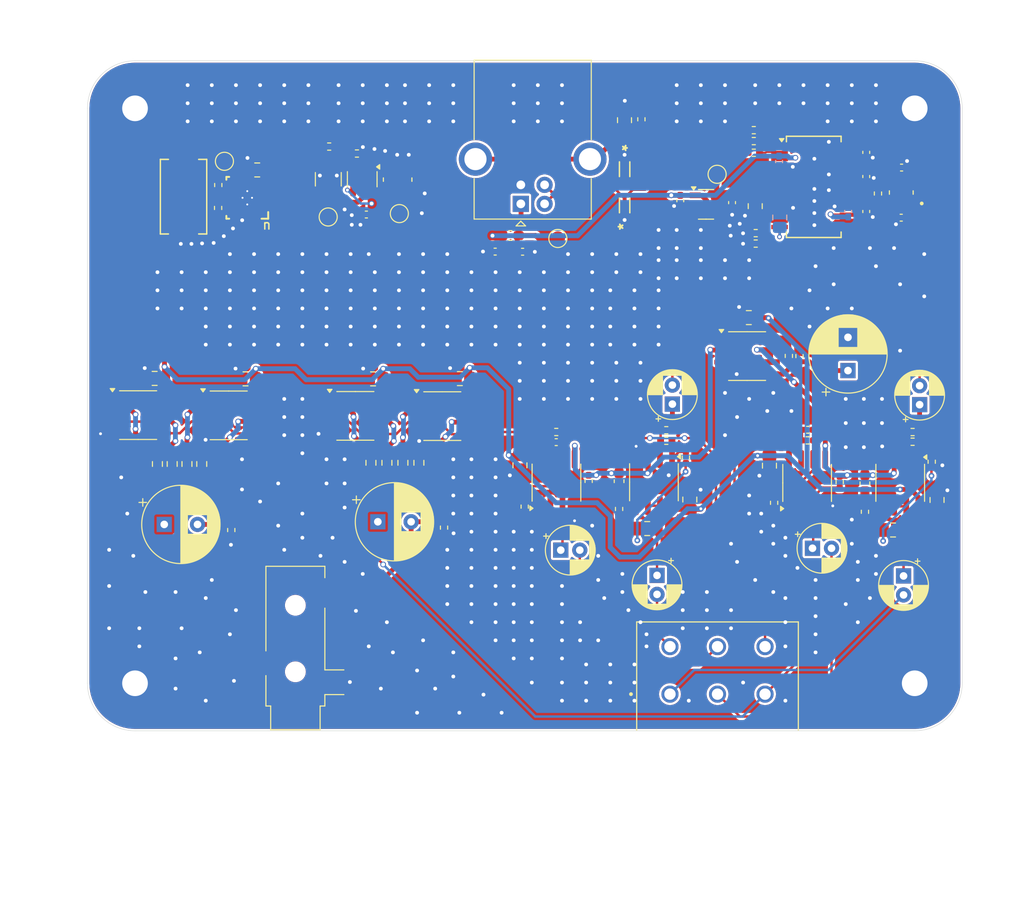
<source format=kicad_pcb>
(kicad_pcb (version 20240108) (generator "pcbnew") (generator_version "8.0")
  (layers (0 "F.Cu" signal) (1 "In1.Cu" signal) (2 "In2.Cu" signal) (31 "B.Cu" signal) (34 "B.Paste" user) (35 "F.Paste" user) (36 "B.SilkS" user "B.Silkscreen") (37 "F.SilkS" user "F.Silkscreen") (38 "B.Mask" user) (39 "F.Mask" user) (44 "Edge.Cuts" user))
  (net 0 "")
  (net 1 "3V7")
  (net 2 "GND")
  (net 3 "CGND")
  (net 4 "/Codec/VCCXI")
  (net 5 "/Codec/VCCP2I")
  (net 6 "/Codec/VCCP1I")
  (net 7 "VBUS")
  (net 8 "VDDI")
  (net 9 "/Codec/VCOM")
  (net 10 "/Codec/XTO")
  (net 11 "/Codec/XTI")
  (net 12 "/Preamp/PREAMP_INR")
  (net 13 "/Preamp/Dual-Gang Potentiometer/POT_WIPER_R")
  (net 14 "/Preamp/VC_INR")
  (net 15 "/Preamp/VC_INL")
  (net 16 "/Preamp/Dual-Gang Potentiometer/POT_WIPER_L")
  (net 17 "Net-(U8B-+)")
  (net 18 "/Preamp/PREAMP_INL")
  (net 19 "Net-(U6B-+)")
  (net 20 "Net-(C17-Pad1)")
  (net 21 "/Preamp/FILT_L")
  (net 22 "Net-(U7B--)")
  (net 23 "/Preamp/FILT_R")
  (net 24 "/Preamp/Dual-Gang Potentiometer/FILT_OUT_R")
  (net 25 "/Preamp/Dual-Gang Potentiometer/FILT_OUT_L")
  (net 26 "Net-(C23-Pad1)")
  (net 27 "Net-(U3B--)")
  (net 28 "17V")
  (net 29 "/Power/7V5_IN")
  (net 30 "15V")
  (net 31 "/Output stage/BUFS_OUT_L")
  (net 32 "/Output stage/STEREO_OUT_L")
  (net 33 "/Output stage/BUFS_OUT_R")
  (net 34 "/Output stage/STEREO_OUT_R")
  (net 35 "VUSB_CONN")
  (net 36 "/Codec/CONN_D+")
  (net 37 "/Codec/USB_D+")
  (net 38 "/Codec/USB_D-")
  (net 39 "/Codec/CONN_D-")
  (net 40 "/Codec/VINL")
  (net 41 "/Codec/VINR")
  (net 42 "/Output stage/BUF1_OUT_R")
  (net 43 "/Output stage/BUF2_OUT_R")
  (net 44 "/Preamp/VC_BUF_R")
  (net 45 "/Preamp/FILT_IN_R")
  (net 46 "/Output stage/BUF3_OUT_R")
  (net 47 "/Output stage/BUF4_OUT_R")
  (net 48 "/Output stage/BUF1_OUT_L")
  (net 49 "/Output stage/BUF2_OUT_L")
  (net 50 "Net-(U6A--)")
  (net 51 "/Preamp/FILT_IN_L")
  (net 52 "/Preamp/VC_BUF_L")
  (net 53 "Net-(U8A--)")
  (net 54 "/Output stage/BUF3_OUT_L")
  (net 55 "/Output stage/BUF4_OUT_L")
  (net 56 "/Power/ADJ")
  (net 57 "/Codec/~{SSPND}")
  (net 59 "/Codec/HID0")
  (net 60 "/Codec/VOUTR")
  (net 61 "/Codec/HID1")
  (net 63 "/Codec/HID2")
  (net 64 "/Codec/VOUTL")
  (net 65 "/Output stage/PREAMP_OUT_R")
  (net 66 "/Output stage/PREAMP_OUT_L")
  (net 70 "/Power/SW")
  (net 71 "/Power/BST_FB")
  (net 72 "7V5_R")
  (net 73 "7V5_L")
  (footprint "MountingHole:MountingHole_2.7mm_M2.5_ISO7380_Pad" (layer "F.Cu") (at 191.4224 99.5624)
    (property "Reference" "H1" (hide yes))
    (property "Value" "MountingHole_Pad")
  )
  (footprint "Capacitor_SMD:C_0402_1005Metric_Pad0.74x0.62mm_HandSolder" (layer "F.Cu") (at 186.3272 43.6952 -90)
    (property "Reference" "C7" (hide yes))
    (property "Value" "1u")
  )
  (footprint "Capacitor_SMD:C_0805_2012Metric_Pad1.18x1.45mm_HandSolder" (layer "F.Cu") (at 176.148 76.6628 -90)
    (property "Reference" "C33" (hide yes))
    (property "Value" "100n")
  )
  (footprint "Package_SO:SOIC-8_3.9x4.9mm_P1.27mm" (layer "F.Cu") (at 153.7448 78.448 90)
    (property "Reference" "U7" (hide yes))
    (property "Value" "NE5532")
  )
  (footprint "Capacitor_SMD:C_0402_1005Metric_Pad0.74x0.62mm_HandSolder" (layer "F.Cu") (at 147.3014 54.1404 180)
    (property "Reference" "C39" (hide yes))
    (property "Value" "100n")
  )
  (footprint "TestPoint:TestPoint_Pad_D1.5mm" (layer "F.Cu") (at 129.739 50.4952 -90)
    (property "Reference" "TP2" (hide yes))
    (property "Value" "TestPoint")
  )
  (footprint "Package_TO_SOT_SMD:SOT-23-5" (layer "F.Cu") (at 169.477 49.1646)
    (property "Reference" "U10" (hide yes))
    (property "Value" "TLV70237_SOT23-5")
  )
  (footprint "Resistor_SMD:R_0402_1005Metric_Pad0.72x0.64mm_HandSolder" (layer "F.Cu") (at 193.215 76.2508 -90)
    (property "Reference" "R11" (hide yes))
    (property "Value" "750")
  )
  (footprint "Resistor_SMD:R_0402_1005Metric_Pad0.72x0.64mm_HandSolder" (layer "F.Cu") (at 179.307 65.1324 -90)
    (property "Reference" "R31" (hide yes))
    (property "Value" "20k")
  )
  (footprint "TestPoint:TestPoint_Pad_D1.5mm" (layer "F.Cu") (at 137.2224 50.1384)
    (property "Reference" "TP5" (hide yes))
    (property "Value" "TestPoint")
  )
  (footprint "Resistor_SMD:R_0603_1608Metric_Pad0.98x0.95mm_HandSolder" (layer "F.Cu") (at 137.597 76.3608 -90)
    (property "Reference" "R23" (hide yes))
    (property "Value" "1R")
  )
  (footprint "Resistor_SMD:R_0402_1005Metric_Pad0.72x0.64mm_HandSolder" (layer "F.Cu") (at 186.1908 81.518 90)
    (property "Reference" "R12" (hide yes))
    (property "Value" "750")
  )
  (footprint "Resistor_SMD:R_0402_1005Metric_Pad0.72x0.64mm_HandSolder" (layer "F.Cu") (at 132.7626 43.818)
    (property "Reference" "R29" (hide yes))
    (property "Value" "71k5")
  )
  (footprint "MountingHole:MountingHole_2.7mm_M2.5_ISO7380_Pad" (layer "F.Cu") (at 109.4224 39.0624)
    (property "Reference" "H4" (hide yes))
    (property "Value" "MountingHole_Pad")
  )
  (footprint "Capacitor_SMD:C_0402_1005Metric_Pad0.74x0.62mm_HandSolder" (layer "F.Cu") (at 180.166 72.889 180)
    (property "Reference" "C25" (hide yes))
    (property "Value" "30p")
  )
  (footprint "Resistor_SMD:R_0402_1005Metric_Pad0.72x0.64mm_HandSolder" (layer "F.Cu") (at 174.7014 52.195 180)
    (property "Reference" "R6" (hide yes))
    (property "Value" "1k5")
  )
  (footprint "Capacitor_THT:CP_Radial_D5.0mm_P2.00mm" (layer "F.Cu") (at 165.9368 70.187225 90)
    (property "Reference" "C15" (hide yes))
    (property "Value" "10u")
  )
  (footprint "Resistor_SMD:R_0402_1005Metric_Pad0.72x0.64mm_HandSolder" (layer "F.Cu") (at 162.6788 40.215 90)
    (property "Reference" "R2" (hide yes))
    (property "Value" "DNP")
  )
  (footprint "Capacitor_SMD:C_0805_2012Metric_Pad1.18x1.45mm_HandSolder" (layer "F.Cu") (at 193.773 80.2738 90)
    (property "Reference" "C36" (hide yes))
    (property "Value" "100n")
  )
  (footprint "Capacitor_SMD:C_0805_2012Metric_Pad1.18x1.45mm_HandSolder" (layer "F.Cu") (at 134.4588 67.5318 180)
    (property "Reference" "C32" (hide yes))
    (property "Value" "100n")
  )
  (footprint "Package_SO:SSOP-28_5.3x10.2mm_P0.65mm" (layer "F.Cu") (at 180.8074 47.3274)
    (property "Reference" "U1" (hide yes))
    (property "Value" "PCM2906C")
  )
  (footprint "MountingHole:MountingHole_2.7mm_M2.5_ISO7380_Pad" (layer "F.Cu") (at 191.4224 39.0624)
    (property "Reference" "H3" (hide yes))
    (property "Value" "MountingHole_Pad")
  )
  (footprint "Capacitor_THT:CP_Radial_D8.0mm_P3.50mm" (layer "F.Cu") (at 112.496498 82.8478)
    (property "Reference" "C42" (hide yes))
    (property "Value" "100u")
  )
  (footprint "Resistor_SMD:R_0402_1005Metric_Pad0.72x0.64mm_HandSolder" (layer "F.Cu") (at 141.9238 83.184 90)
    (property "Reference" "R36" (hide yes))
    (property "Value" "20k")
  )
  (footprint "Capacitor_SMD:C_0402_1005Metric_Pad0.74x0.62mm_HandSolder" (layer "F.Cu") (at 150.1844 54.1524)
    (property "Reference" "C40" (hide yes))
    (property "Value" "10n")
  )
  (footprint "Capacitor_SMD:C_0805_2012Metric_Pad1.18x1.45mm_HandSolder" (layer "F.Cu") (at 173.977 61.084 180)
    (property "Reference" "C28" (hide yes))
    (property "Value" "100n")
  )
  (footprint "Resistor_SMD:R_0603_1608Metric_Pad0.98x0.95mm_HandSolder" (layer "F.Cu") (at 111.778 76.4878 -90)
    (property "Reference" "R8" (hide yes))
    (property "Value" "1R")
  )
  (footprint "Capacitor_SMD:C_0805_2012Metric_Pad1.18x1.45mm_HandSolder" (layer "F.Cu") (at 174.6522 49.3562 -90)
    (property "Reference" "C1" (hide yes))
    (property "Value" "10u")
  )
  (footprint "Capacitor_SMD:C_0402_1005Metric_Pad0.74x0.62mm_HandSolder" (layer "F.Cu") (at 133.7538 50.2372 180)
    (property "Reference" "C24" (hide yes))
    (property "Value" "1u")
  )
  (footprint "Resistor_SMD:R_0402_1005Metric_Pad0.72x0.64mm_HandSolder" (layer "F.Cu") (at 150.4058 80.973 90)
    (property "Reference" "R20" (hide yes))
    (property "Value" "1k6")
  )
  (footprint "Capacitor_SMD:C_0402_1005Metric_Pad0.74x0.62mm_HandSolder" (layer "F.Cu") (at 190.0434 45.297)
    (property "Reference" "C10" (hide yes))
    (property "Value" "20p")
  )
  (footprint "Capacitor_SMD:C_0805_2012Metric_Pad1.18x1.45mm_HandSolder" (layer "F.Cu") (at 167.7708 80.229 90)
    (property "Reference" "C34" (hide yes))
    (property "Value" "100n")
  )
  (footprint "Capacitor_SMD:C_0603_1608Metric_Pad1.08x0.95mm_HandSolder" (layer "F.Cu") (at 160.334 78.3 90)
    (property "Reference" "C16" (hide yes))
    (property "Value" "7n5")
  )
  (footprint "Capacitor_SMD:C_0805_2012Metric_Pad1.18x1.45mm_HandSolder" (layer "F.Cu") (at 122.275 45.5468 180)
    (property "Reference" "C38" (hide yes))
    (property "Value" "1u")
  )
  (footprint "ESD401DPYR:DPY0002A" (layer "F.Cu") (at 132.721998 90.646798 -90)
    (property "Reference" "D3" (hide yes))
    (property "Value" "ESD401DPYR")
  )
  (footprint "Resistor_SMD:R_0402_1005Metric_Pad0.72x0.64mm_HandSolder" (layer "F.Cu") (at 165.297 74.0428)
    (property "Reference" "R41" (hide yes))
    (property "Value" "20k")
  )
  (footprint "Connector_Audio:Jack_3.5mm_CUI_SJ-3523-SMT_Horizontal" (layer "F.Cu") (at 126.289 95.854 180)
    (property "Reference" "J1" (hide yes))
    (property "Value" "AudioPlug3")
  )
  (footprint "Capacitor_SMD:C_0805_2012Metric_Pad1.18x1.45mm_HandSolder" (layer "F.Cu") (at 143.587 67.504 180)
    (property "Reference" "C31" (hide yes))
    (property "Value" "100n")
  )
  (footprint "Capacitor_SMD:C_0402_1005Metric_Pad0.74x0.62mm_HandSolder" (layer "F.Cu") (at 153.722 74.19 180)
    (property "Reference" "C18" (hide yes))
    (property "Value" "30p")
  )
  (footprint "ul_ESD321DYAR:SOT5x3_DYA_TEX-M" (layer "F.Cu") (at 160.9161 49.2769 90)
    (property "Reference" "D1" (hide yes))
    (property "Value" "ESD321")
  )
  (footprint "Capacitor_THT:CP_Radial_D5.0mm_P2.00mm" (layer "F.Cu") (at 190.251 88.267575 -90)
    (property "Reference" "C19" (hide yes))
    (property "Value" "10u")
  )
  (footprint "MountingHole:MountingHole_2.7mm_M2.5_ISO7380_Pad" (layer "F.Cu") (at 109.4224 99.5624)
    (property "Reference" "H2" (hide yes))
    (property "Value" "MountingHole_Pad")
  )
  (footprint "Resistor_SMD:R_0603_1608Metric_Pad0.98x0.95mm_HandSolder" (layer "F.Cu") (at 135.916 76.3608 -90)
    (property "Reference" "R16" (hide yes))
    (property "Value" "1R")
  )
  (footprint "TestPoint:TestPoint_Pad_D1.5mm" (layer "F.Cu") (at 153.8924 52.7584)
    (property "Reference" "TP6" (hide yes))
    (property "Value" "TestPoint")
  )
  (footprint "Resistor_SMD:R_0402_1005Metric_Pad0.72x0.64mm_HandSolder" (layer "F.Cu") (at 153.725 73.121 180)
    (property "Reference" "R21" (hide yes))
    (property "Value" "5k1")
  )
  (footprint "Resistor_SMD:R_0402_1005Metric_Pad0.72x0.64mm_HandSolder" (layer "F.Cu") (at 191.203 73.125 180)
    (property "Reference" "R22" (hide yes))
    (property "Value" "20k")
  )
  (footprint "potentiometer:POT_PTN16-A10220K1B2" (layer "F.Cu") (at 165.6848 100.7068)
    (property "Reference" "RV2" (hide yes))
    (property "Value" "R_Potentiometer_Dual")
  )
  (footprint "Resistor_SMD:R_0402_1005Metric_Pad0.72x0.64mm_HandSolder" (layer "F.Cu") (at 157.133 78.2688 -90)
    (property "Reference" "R25" (hide yes))
    (property "Value" "20k")
  )
  (footprint "Resistor_SMD:R_0402_1005Metric_Pad0.72x0.64mm_HandSolder" (layer "F.Cu") (at 183.536 78.3778 -90)
    (property "Reference" "R26" (hide yes))
    (property "Value" "20k")
  )
  (footprint "Resistor_SMD:R_0402_1005Metric_Pad0.72x0.64mm_HandSolder" (layer "F.Cu") (at 174.4994 42.5094)
    (property "Reference" "R3" (hide yes))
    (property "Value" "22R")
  )
  (footprint "Capacitor_THT:CP_Radial_D5.0mm_P2.00mm" (layer "F.Cu") (at 164.324 88.207575 -90)
    (property "Reference" "C20" (hide yes))
    (property "Value" "10u")
  )
  (footprint "Package_SO:SOIC-8_3.9x4.9mm_P1.27mm" (layer "F.Cu") (at 189.9 78.4698 -90)
    (property "Reference" "U8" (hide yes))
    (property "Value" "NE5532")
  )
  (footprint "Capacitor_SMD:C_0402_1005Metric_Pad0.74x0.62mm_HandSolder" (layer "F.Cu") (at 186.3272 46.2352 -90)
    (property "Reference" "C3" (hide yes))
    (property "Value" "1u")
  )
  (footprint "Resistor_SMD:R_0603_1608Metric_Pad0.98x0.95mm_HandSolder" (layer "F.Cu") (at 139.278 76.3608 -90)
    (property "Reference" "R24" (hide yes))
    (property "Value" "1R")
  )
  (footprint "Resistor_SMD:R_0402_1005Metric_Pad0.72x0.64mm_HandSolder" (layer "F.Cu") (at 160.334 81.2188 90)
    (property "Reference" "R19" (hide yes))
    (property "Value" "750")
  )
  (footprint "Capacitor_SMD:C_0603_1608Metric_Pad1.08x0.95mm_HandSolder" (layer "F.Cu") (at 186.187 78.5198 90)
    (property "Reference" "C14" (hide yes))
    (property "Value" "7n5")
  )
  (footprint "TestPoint:TestPoint_Pad_D1.5mm" (layer "F.Cu") (at 170.6428 46.0042 -90)
    (property "Reference" "TP1" (hide yes))
    (property "Value" "TestPoint")
  )
  (footprint "Resistor_SMD:R_0402_1005Metric_Pad0.72x0.64mm_HandSolder" (layer "F.Cu") (at 174.4994 43.7374)
    (property "Reference" "R4" (hide yes))
    (property "Value" "22R")
  )
  (footprint "TestPoint:TestPoint_Pad_D1.5mm" (layer "F.Cu") (at 118.8264 44.6366 180)
    (property "Reference" "TP4" (hide yes))
    (property "Value" "TestPoint")
  )
  (footprint "Inductor_SMD:L_0603_1608Metric_Pad1.05x0.95mm_HandSolder" (layer "F.Cu") (at 148.8904 52.4434 180)
    (property "Reference" "FB1" (hide yes))
    (property "Value" "BLM18PG221SN1D")
  )
  (footprint "Package_SO:SOIC-8_3.9x4.9mm_P1.27mm" (layer "F.Cu") (at 132.5958 71.4248)
    (property "Reference" "U9" (hide yes))
    (property "Value" "NE5532")
  )
  (footprint "Capacitor_SMD:C_0805_2012Metric_Pad1.18x1.45mm_HandSolder" (layer "F.Cu") (at 149.907 76.6288 -90)
    (property "Reference" "C35" (hide yes))
    (property "Value" "100n")
  )
  (footprint "Capacitor_THT:CP_Radial_D5.0mm_P2.00mm" (layer "F.Cu") (at 154.199575 85.5518)
    (property "Reference" "C13" (hide yes))
    (property "Value" "10u")
  )
  (footprint "Capacitor_SMD:C_0805_2012Metric_Pad1.18x1.45mm_HandSolder" (layer "F.Cu") (at 163.2908 83.2838)
    (property "Reference" "C17" (hide yes))
    (property "Value" "15n")
  )
  (footprint "VLS3012CX_100M_1:IND_VLS3012CX-100M-1" (layer "F.Cu") (at 137.0438 46.5636 90)
    (property "Reference" "L1" (hide yes))
    (property "Value" "10uH")
  )
  (footprint "Resistor_SMD:R_0402_1005Metric_Pad0.72x0.64mm_HandSolder" (layer "F.Cu") (at 118.1792 47.1342 -90)
    (property "Reference" "R34" (hide yes))
    (property "Value" "10k7")
  )
  (footprint "Connector_USB:USB_B_OST_USB-B1HSxx_Horizontal" (layer "F.Cu") (at 149.9978 49.116 90)
    (property "Reference" "J2" (hide yes))
    (property "Value" "USB_B")
  )
  (footprint "Capacitor_SMD:C_0805_2012Metric_Pad1.18x1.45mm_HandSolder" (layer "F.Cu") (at 121.0468 67.5296 180)
    (property "Reference" "C29" (hide yes))
    (property "Value" "100n")
  )
  (footprint "Resistor_SMD:R_0402_1005Metric_Pad0.72x0.64mm_HandSolder" (layer "F.Cu") (at 191.203 74.1448)
    (property "Reference" "R40" (hide yes))
    (property "Value" "20k")
  )
  (footprint "Resistor_SMD:R_0402_1005Metric_Pad0.72x0.64mm_HandSolder" (layer "F.Cu") (at 187.5596 48.0252 90)
    (property "Reference" "R7" (hide yes))
    (property "Value" "1M")
  )
  (footprint "Package_SO:SOIC-8_3.9x4.9mm_P1.27mm" (layer "F.Cu") (at 163.998 78.4098 -90)
    (property "Reference" "U6" (hide yes))
    (property "Value" "NE5532")
  )
  (footprint "Capacitor_SMD:C_0805_2012Metric_Pad1.18x1.45mm_HandSolder" (layer "F.Cu") (at 160.9028 40.308 90)
    (property "Reference" "C2" (hide yes))
    (property "Value" "2n2")
  )
  (footprint "Package_SO:SOIC-8_3.9x4.9mm_P1.27mm" (layer "F.Cu") (at 173.7958 65.1328)
    (property "Reference" "U12" (hide yes))
    (property "Value" "NE5532")
  )
  (footprint "Resistor_SMD:R_0603_1608Metric_Pad0.98x0.95mm_HandSolder" (layer "F.Cu") (at 116.44 76.4878 -90)
    (property "Reference" "R14" (hide yes))
    (property "Value" "1R")
  )
  (footprint "Resistor_SMD:R_0402_1005Metric_Pad0.72x0.64mm_HandSolder" (layer "F.Cu") (at 180.166 74.002 180)
    (property "Reference" "R28" (hide yes))
    (property "Value" "5k1")
  )
  (footprint "Resistor_SMD:R_0603_1608Metric_Pad0.98x0.95mm_HandSolder" (layer "F.Cu") (at 114.886 76.4878 -90)
    (property "Reference" "R13" (hide yes))
    (property "Value" "1R")
  )
  (footprint "Capacitor_THT:CP_Radial_D8.0mm_P3.50mm" (layer "F.Cu") (at 184.4058 66.659302 90)
    (property "Reference" "C27" (hide yes))
    (property "Value" "100u")
  )
  (footprint "Capacitor_SMD:C_0402_1005Metric_Pad0.74x0.62mm_HandSolder" (layer "F.Cu") (at 190.0054 50.569 180)
    (property "Reference" "C9" (hide yes))
    (property "Value" "20p")
  )
  (footprint "Package_SO:SOIC-8_3.9x4.9mm_P1.27mm" (layer "F.Cu") (at 119.2758 71.3698)
    (property "Reference" "U2" (hide yes))
    (property "Value" "NE5532")
  )
  (footprint "ABM8_12_000MHZ_12_B1U_T:XTAL_ABM8-12.000MHZ-12-B1U-T" (layer "F.Cu") (at 190.0114 47.922 180)
    (property "Reference" "Y1" (hide yes))
    (property "Value" "12MHz")
  )
  (footprint "Resistor_SMD:R_0402_1005Metric_Pad0.72x0.64mm_HandSolder" (layer "F.Cu") (at 176.6378 80.574 90)
    (property "Reference" "R10" (hide yes))
    (property "Value" "1k6")
  )
  (footprint "Package_SO:SOIC-8_3.9x4.9mm_P1.27mm" (layer "F.Cu") (at 180.1098 78.482 90)
    (property "Reference" "U3" (hide yes))
    (property "Value" "NE5532")
  )
  (footprint "293D226X9035D2TE3:CAP_293D_D_VIS-M" (layer "F.Cu") (at 114.5266 48.3587 -90)
    (property "Reference" "C37" (hide yes))
    (property "Value" "22u")
  )
  (footprint "Package_SO:SOIC-8_3.9x4.9mm_P1.27mm" (layer "F.Cu") (at 109.7508 71.3458)
    (property "Reference" "U4" (hide yes))
    (property "Value" "NE5532")
  )
  (footprint "Resistor_SMD:R_0402_1005Metric_Pad0.72x0.64mm_HandSolder" (layer "F.Cu") (at 119.5448 83.438 90)
    (property "Reference" "R37" (hide yes))
    (property "Value" "20k")
  )
  (footprint "ESD401DPYR:DPY0002A" (layer "F.Cu") (at 119.795994 98.012798 -90)
    (property "Reference" "D4" (hide yes))
    (property "Value" "ESD401DPYR")
  )
  (footprint "Resistor_SMD:R_0402_1005Metric_Pad0.72x0.64mm_HandSolder" (layer "F.Cu") (at 118.162 49.5438 90)
    (property "Reference" "R35" (hide yes))
    (property "Value" "1k")
  )
  (footprint "Resistor_SMD:R_0402_1005Metric_Pad0.72x0.64mm_HandSolder" (layer "F.Cu") (at 167.36 75.8098 -90)
    (property "Reference" "R18" (hide yes))
    (property "Value" "750")
  )
  (footprint "Resistor_SMD:R_0402_1005Metric_Pad0.72x0.64mm_HandSolder" (layer "F.Cu") (at 165.297 72.938 180)
    (property "Reference" "R17" (hide yes))
    (property "Value" "20k")
  )
  (footprint "Capacitor_SMD:C_0402_1005Metric_Pad0.74x0.62mm_HandSolder" (layer "F.Cu") (at 172.2154 48.9852 -90)
    (property "Reference" "C22" (hide yes))
    (property "Value" "4u7")
  )
  (footprint "Capacitor_THT:CP_Radial_D5.0mm_P2.00mm" (layer "F.Cu") (at 191.94 70.247225 90)
    (property "Reference" "C11" (hide yes))
    (property "Value" "10u")
  )
  (footprint "LM2941:NGN0008A" (layer "F.Cu") (at 121.228997 48.477399 180)
    (property "Reference" "U13" (hide yes))
    (property "Value" "LM2941LD_NOPB")
  )
  (footprint "Capacitor_SMD:C_1210_3225Metric_Pad1.33x2.70mm_HandSolder" (layer "F.Cu") (at 129.7514 46.5276 90)
    (property "Reference" "C26" (hide yes))
    (property "Value" "10u")
  )
  (footprint "Resistor_SMD:R_0402_1005Metric_Pad0.72x0.64mm_HandSolder" (layer "F.Cu") (at 174.7014 53.296 180)
    (property "Reference" "R5" (hide yes))
    (property "Value" "1k5")
  )
  (footprint "Capacitor_THT:CP_Radial_D5.0mm_P2.00mm" (layer "F.Cu") (at 180.673225 85.354)
    (property "Reference" "C12" (hide yes))
    (property "Value" "10u")
  )
  (footprint "Resistor_SMD:R_0402_1005Metric_Pad0.72x0.64mm_HandSolder" (layer "F.Cu") (at 178.1878 65.118 90)
    (property "Reference" "R30" (hide yes))
    (property "Value" "20k")
  )
  (footprint "Capacitor_SMD:C_0805_2012Metric_Pad1.18x1.45mm_HandSolder" (layer "F.Cu") (at 189.1448 83.4328)
    (property "Reference" "C23" (hide yes))
    (property "Value" "15n")
  )
  (footprint "Resistor_SMD:R_0402_1005Metric_Pad0.72x0.64mm_HandSolder" (layer "F.Cu") (at 174.4994 41.359 180)
    (property "Reference" "R1" (hide yes))
    (property "Value" "1k5")
  )
  (footprint "Capacitor_SMD:C_0402_1005Metric_Pad0.74x0.62mm_HandSolder" (layer "F.Cu") (at 166.7686 48.782 -90)
    (property "Reference" "C21" (hide yes))
    (property "Value" "100n")
  )
  (footprint "Package_TO_SOT_SMD:SOT-23-6" (layer "F.Cu") (at 133.3182 46.5224 -90)
    (property "Reference" "U11" (hide yes))
    (property "Value" "TLV61046ADB")
  )
  (footprint "Capacitor_THT:CP_Radial_D8.0mm_P3.50mm" (layer "F.Cu") (at 134.960498 82.5688)
    (property "Reference" "C41" (hide yes))
    (property "Value" "100u")
  )
  (footprint "Capacitor_SMD:C_0805_2012Metric_Pad1.18x1.45mm_HandSolder" (layer "F.Cu") (at 111.4868 67.4808 180)
    (property "Reference" "C30" (hide yes))
    (property "Value" "100n")
  )
  (footprint "Package_SO:SOIC-8_3.9x4.9mm_P1.27mm" (layer "F.Cu") (at 141.7398 71.4488)
    (property "Reference" "U5" (hide yes))
    (property "Value" "NE5532")
  )
  (footprint "Resistor_SMD:R_0603_1608Metric_Pad0.98x0.95mm_HandSolder" (layer "F.Cu") (at 113.332 76.4878 -90)
    (property "Reference" "R9" (hide yes))
    (property "Value" "1R")
  )
  (footprint "Resistor_SMD:R_0402_1005Metric_Pad0.72x0.64mm_HandSolder" (layer "F.Cu") (at 129.8438 43.0868)
    (property "Reference" "R27" (hide yes))
    (property "Value" "1M47")
  )
  (footprint "Capacitor_SMD:C_0402_1005Metric_Pad0.74x0.62mm_HandSolder" (layer "F.Cu") (at 186.3272 49.9182 -90)
    (property "Reference" "C4" (hide yes))
    (property "Value" "1u")
  )
  (footprint "Resistor_SMD:R_0603_1608Metric_Pad0.98x0.95mm_HandSolder" (layer "F.Cu") (at 134.235 76.3608 -90)
    (property "Reference" "R15" (hide yes))
    (property "Value" "1R")
  )
  (footprint "ul_ESD321DYAR:SOT5x3_DYA_TEX-M" (layer "F.Cu") (at 160.9161 45.4675 -90)
    (property "Reference" "D2" (hide yes))
    (property "Value" "ESD321")
  )
  (footprint "Capacitor_SMD:C_0805_2012Metric_Pad1.18x1.45mm_HandSolder" (layer "B.Cu") (at 177.2324 50.554 90)
    (property "Reference" "C8" (hide yes))
    (property "Value" "10u")
  )
  (footprint "Capacitor_SMD:C_0402_1005Metric_Pad0.74x0.62mm_HandSolder" (layer "B.Cu") (at 184.4252 49.9182 90)
    (property "Reference" "C5" (hide yes))
    (property "Value" "1u")
  )
  (footprint "Capacitor_SMD:C_0402_1005Metric_Pad0.74x0.62mm_HandSolder" (layer "B.Cu") (at 177.1596 44.6602 -90)
    (property "Reference" "C6" (hide yes))
    (property "Value" "1u")
  )
  (gr_arc (start 196.4224 99.5624) (mid 194.957934 103.097934) (end 191.4224 104.5624) (stroke (width 0.05)) (layer "Edge.Cuts"))
  (gr_arc (start 104.4224 39.0624) (mid 105.886866 35.526866) (end 109.4224 34.0624) (stroke (width 0.05)) (layer "Edge.Cuts"))
  (gr_line (start 196.4224 39.0624) (end 196.4224 99.5624) (stroke (width 0.05)) (layer "Edge.Cuts"))
  (gr_line (start 109.4224 34.0624) (end 191.4224 34.0624) (stroke (width 0.05)) (layer "Edge.Cuts"))
  (gr_line (start 191.4224 104.5624) (end 109.4224 104.5624) (stroke (width 0.05)) (layer "Edge.Cuts"))
  (gr_arc (start 109.4224 104.5624) (mid 105.886866 103.097934) (end 104.4224 99.5624) (stroke (width 0.05)) (layer "Edge.Cuts"))
  (gr_arc (start 191.4224 34.0624) (mid 194.957934 35.526866) (end 196.4224 39.0624) (stroke (width 0.05)) (layer "Edge.Cuts"))
  (gr_line (start 104.4224 99.5624) (end 104.4224 39.0624) (stroke (width 0.05)) (layer "Edge.Cuts"))
  (segment (start 170.6145 48.2146) (end 170.6145 46.0325) (width 0.508) (layer "F.Cu") (net 1))
  (segment (start 170.6145 46.0325) (end 170.6428 46.0042) (width 0.508) (layer "F.Cu") (net 1))
  (segment (start 173.3724 52.2124) (end 173.3898 52.195) (width 0.508) (layer "F.Cu") (net 2))
  (segment (start 148.8641 77.6663) (end 148.846 77.6844) (width 0.508) (layer "F.Cu") (net 2))
  (segment (start 190.8864 46.0428) (end 190.6109 45.7673) (width 0.254) (layer "F.Cu") (net 2))
  (segment (start 186.9981 50.4857) (end 187.012 50.4996) (width 0.508) (layer "F.Cu") (net 2))
  (segment (start 160.9124 50.8112) (end 160.9161 50.8075) (width 0.254) (layer "F.Cu") (net 2))
  (segment (start 160.9028 39.2705) (end 160.9028 38.2988) (width 0.508) (layer "F.Cu") (net 2))
  (segment (start 167.7708 79.1915) (end 168.9003 79.1915) (width 0.508) (layer "F.Cu") (net 2))
  (segment (start 151.4624 54.1524) (end 151.4724 54.1624) (width 0.508) (layer "F.Cu") (net 2))
  (segment (start 193.773 79.2363) (end 194.8407 79.2363) (width 0.508) (layer "F.Cu") (net 2))
  (segment (start 184.4074 47.0024) (end 185.6832 47.0024) (width 0.254) (layer "F.Cu") (net 2))
  (segment (start 168.3395 49.1646) (end 167.4614 49.1646) (width 0.508) (layer "F.Cu") (net 2))
  (segment (start 142.5495 66.4077) (end 142.5596 66.3976) (width 0.508) (layer "F.Cu") (net 2))
  (segment (start 132.0018 99.454) (end 132.0214 99.4344) (width 0.508) (layer "F.Cu") (net 2))
  (segment (start 119.5448 84.957) (end 119.5114 84.9904) (width 0.508) (layer "F.Cu") (net 2))
  (segment (start 166.7686 49.3495) (end 166.1263 49.3495) (width 0.508) (layer "F.Cu") (net 2))
  (segment (start 149.907 77.6663) (end 148.8641 77.6663) (width 0.508) (layer "F.Cu") (net 2))
  (segment (start 190.6109 45.297) (end 190.6109 44.6147) (width 0.254) (layer "F.Cu") (net 2))
  (segment (start 133.4213 66.4541) (end 133.4156 66.4484) (width 0.508) (layer "F.Cu") (net 2))
  (segment (start 171.3208 67.0378) (end 172.6906 67.0378) (width 0.508) (layer "F.Cu") (net 2))
  (segment (start 139.2648 73.3538) (end 139.2648 74.0248) (width 0.508) (layer "F.Cu") (net 2))
  (segment (start 186.3272 46.8027) (end 186.6957 46.8027) (width 0.254) (layer "F.Cu") (net 2))
  (segment (start 190.6109 45.7673) (end 190.6109 45.297) (width 0.254) (layer "F.Cu") (net 2))
  (segment (start 190.6109 44.6147) (end 190.6188 44.6068) (width 0.254) (layer "F.Cu") (net 2))
  (segment (start 150.7519 54.1524) (end 151.4624 54.1524) (width 0.508) (layer "F.Cu") (net 2))
  (segment (start 175.3411 50.3937) (end 174.6522 50.3937) (width 0.254) (layer "F.Cu") (net 2))
  (segment (start 172.9395 59.9817) (end 172.954 59.9672) (width 0.508) (layer "F.Cu") (net 2))
  (segment (start 160.9161 43.9569) (end 160.9124 43.9532) (width 0.254) (layer "F.Cu") (net 2))
  (segment (start 174.6522 50.3937) (end 173.6037 50.3937) (width 0.508) (layer "F.Cu") (net 2))
  (segment (start 119.795994 98.512797) (end 119.795994 99.273994) (width 0.254) (layer "F.Cu") (net 2))
  (segment (start 189.4379 50.0299) (end 189.4379 50.569) (width 0.254) (layer "F.Cu") (net 2))
  (segment (start 130.1208 73.3298) (end 128.7398 73.3298) (width 0.508) (layer "F.Cu") (net 2))
  (segment (start 139.2648 74.0248) (end 139.3084 74.0684) (width 0.508) (layer "F.Cu") (net 2))
  (segment (start 181.801498 63.159302) (end 184.4058 63.159302) (width 0.508) (layer "F.Cu") (net 2))
  (segment (start 172.6906 67.0378) (end 172.7 67.0284) (width 0.508) (layer "F.Cu") (net 2))
  (segment (start 183.2192 49.6024) (end 182.9988 49.382) (width 0.254) (layer "F.Cu") (net 2))
  (segment (start 184.4074 49.6024) (end 183.2192 49.6024) (width 0.254) (layer "F.Cu") (net 2))
  (segment (start 186.6957 46.8027) (end 187.1136 46.3848) (width 0.254) (layer "F.Cu") (net 2))
  (segment (start 162.093 74.6548) (end 162.1234 74.6244) (width 0.254) (layer "F.Cu") (net 2))
  (segment (start 185.7813 44.2627) (end 186.3272 44.2627) (width 0.254) (layer "F.Cu") (net 2))
  (segment (start 105.851 73.2508) (end 107.2758 73.2508) (width 0.254) (layer "F.Cu") (net 2))
  (segment (start 189.1364 49.7284) (end 189.4379 50.0299) (width 0.254) (layer "F.Cu") (net 2))
  (segment (start 177.2074 49.6024) (end 176.1324 49.6024) (width 0.254) (layer "F.Cu") (net 2))
  (segment (start 133.4213 67.5318) (end 133.4213 66.4541) (width 0.508) (layer "F.Cu") (net 2))
  (segment (start 175.1049 77.7003) (end 175.0868 77.7184) (width 0.508) (layer "F.Cu") (net 2))
  (segment (start 116.8444 73.3184) (end 116.8008 73.2748) (width 0.508) (layer "F.Cu") (net 2))
  (segment (start 119.795994 99.273994) (end 119.8294 99.3074) (width 0.254) (layer "F.Cu") (net 2))
  (segment (start 160.9161 44.6674) (end 160.9161 43.9569) (width 0.254) (layer "F.Cu") (net 2))
  (segment (start 187.0005 44.2627) (end 187.012 44.2512) (width 0.254) (layer "F.Cu") (net 2))
  (segment (start 129.989 99.454) (end 132.0018 99.454) (width 0.508) (layer "F.Cu") (net 2))
  (segment (start 178.562 49.6024) (end 177.2074 49.6024) (width 0.254) (layer "F.Cu") (net 2))
  (segment (start 176.1324 49.6024) (end 175.3411 50.3937) (width 0.254) (layer "F.Cu") (net 2))
  (segment (start 185.6416 44.4024) (end 185.7813 44.2627) (width 0.254) (layer "F.Cu") (net 2))
  (segment (start 161.6321 39.2705) (end 161.9791 39.6175) (width 0.508) (layer "F.Cu") (net 2))
  (segment (start 141.9238 83.7815) (end 142.9255 83.7815) (width 0.508) (layer "F.Cu") (net 2))
  (segment (start 173.6037 50.3937) (end 173.5724 50.3624) (width 0.508) (layer "F.Cu") (net 2))
  (segment (start 187.995 74.6414) (end 188.0028 74.6336) (width 0.508) (layer "F.Cu") (net 2))
  (segment (start 189.4379 51.2491) (end 189.4504 51.2616) (width 0.254) (layer "F.Cu") (net 2))
  (segment (start 168.9003 79.1915) (end 168.9052 79.1964) (width 0.508) (layer "F.Cu") (net 2))
  (segment (start 160.9161 50.8075) (end 160.9161 50.077) (width 0.254) (layer "F.Cu") (net 2))
  (segment (start 189.1364 49.072) (end 189.1364 49.7284) (width 0.254) (layer "F.Cu") (net 2))
  (segment (start 162.093 75.9348) (end 162.093 74.6548) (width 0.508) (layer "F.Cu") (net 2))
  (segment (start 194.8407 79.2363) (end 194.8608 79.2564) (width 0.508) (layer "F.Cu") (net 2))
  (segment (start 167.4614 49.1646) (end 167.2765 49.3495) (width 0.508) (layer "F.Cu") (net 2))
  (segment (start 172.2154 50.2554) (end 172.2224 50.2624) (width 0.508) (layer "F.Cu") (net 2))
  (segment (start 116.8444 73.9414) (end 116.8444 73.3184) (width 0.508) (layer "F.Cu") (net 2))
  (segment (start 119.5448 84.0355) (end 119.5448 84.957) (width 0.508) (layer "F.Cu") (net 2))
  (segment (start 110.4493 67.4808) (end 110.4493 66.4033) (width 0.508) (layer "F.Cu") (net 2))
  (segment (start 172.2132 49.5549) (end 172.2154 49.5527) (width 0.508) (layer "F.Cu") (net 2))
  (segment (start 155.6498 82.463) (end 155.6498 80.923) (width 0.254) (layer "F.Cu") (net 2))
  (segment (start 184.4074 49.6024) (end 185.4439 49.6024) (width 0.254) (layer "F.Cu") (net 2))
  (segment (start 186.3272 44.2627) (end 187.0005 44.2627) (width 0.254) (layer "F.Cu") (net 2))
  (segment (start 185.6832 47.0024) (end 185.8829 46.8027) (width 0.254) (layer "F.Cu") (net 2))
  (segment (start 105.7954 73.3064) (end 105.851 73.2508) (width 0.254) (layer "F.Cu") (net 2))
  (segment (start 189.4379 50.569) (end 189.4379 51.2491) (width 0.254) (layer "F.Cu") (net 2))
  (segment (start 166.1263 49.3495) (end 166.1172 49.3404) (width 0.508) (layer "F.Cu") (net 2))
  (segment (start 173.3898 52.195) (end 174.1039 52.195) (width 0.508) (layer "F.Cu") (net 2))
  (segment (start 185.4439 49.6024) (end 186.3272 50.4857) (width 0.254) (layer "F.Cu") (net 2))
  (segment (start 184.4074 44.4024) (end 185.6416 44.4024) (width 0.254) (layer "F.Cu") (net 2))
  (segment (start 178.63 49.5344) (end 178.562 49.6024) (width 0.254) (layer "F.Cu") (net 2))
  (segment (start 186.3272 50.4857) (end 186.9981 50.4857) (width 0.508) (layer "F.Cu") (net 2))
  (segment (start 128.7398 73.3298) (end 128.7224 73.3124) (width 0.508) (layer "F.Cu") (net 2))
  (segment (start 173.3724 53.3124) (end 174.0875 53.3124) (width 0.508) (layer "F.Cu") (net 2))
  (segment (start 146.7253 54.1318) (end 146.7339 54.1404) (width 0.508) (layer "F.Cu") (net 2))
  (segment (start 178.4378 45.0524) (end 178.6018 45.2164) (width 0.254) (layer "F.Cu") (net 2))
  (segment (start 160.9028 38.2988) (end 160.934 38.2676) (width 0.508) (layer "F.Cu") (net 2))
  (segment (start 167.2765 49.3495) (end 166.7686 49.3495) (width 0.508) (layer "F.Cu") (net 2))
  (segment (start 146.0198 54.1318) (end 146.7253 54.1318) (width 0.508) (layer "F.Cu") (net 2))
  (segment (start 120.0093 66.4637) (end 119.994 66.4484) (width 0.508) (layer "F.Cu") (net 2))
  (segment (start 142.5495 67.504) (end 142.5495 66.4077) (width 0.508) (layer "F.Cu") (net 2))
  (segment (start 160.9028 39.2705) (end 161.6321 39.2705) (width 0.508) (layer "F.Cu") (net 2))
  (segment (start 182.0784 80.8934) (end 182.0148 80.957) (width 0.254) (layer "F.Cu") (net 2))
  (segment (start 174.0875 53.3124) (end 174.1039 53.296) (width 0.508) (layer "F.Cu") (net 2))
  (segment (start 161.9791 39.6175) (end 162.6788 39.6175) (width 0.508) (layer "F.Cu") (net 2))
  (segment (start 190.8864 46.772) (end 190.8864 46.0428) (width 0.254) (layer "F.Cu") (net 2))
  (segment (start 187.995 75.9948) (end 187.995 74.6414) (width 0.508) (layer "F.Cu") (net 2))
  (segment (start 180.4259 64.5349) (end 181.801498 63.159302) (width 0.508) (layer "F.Cu") (net 2))
  (segment (start 177.2074 45.0524) (end 178.4378 45.0524) (width 0.254) (layer "F.Cu") (net 2))
  (segment (start 120.0093 67.5296) (end 120.0093 66.4637) (width 0.508) (layer "F.Cu") (net 2))
  (segment (start 132.721998 91.146797) (end 132.721998 91.875802) (width 0.254) (layer "F.Cu") (net 2))
  (segment (start 179.307 64.5349) (end 180.4259 64.5349) (width 0.508) (layer "F.Cu") (net 2))
  (segment (start 172.9395 61.084) (end 172.9395 59.9817) (width 0.508) (layer "F.Cu") (net 2))
  (segment (start 172.2154 49.5527) (end 172.2154 50.2554) (width 0.508) (layer "F.Cu") (net 2))
  (segment (start 182.8084 80.8934) (end 182.0784 80.8934) (width 0.254) (layer "F.Cu") (net 2))
  (segment (start 176.148 77.7003) (end 175.1049 77.7003) (width 0.508) (layer "F.Cu") (net 2))
  (segment (start 185.8829 46.8027) (end 186.3272 46.8027) (width 0.254) (layer "F.Cu") (net 2))
  (segment (start 110.4493 66.4033) (end 110.4436 66.3976) (width 0.508) (layer "F.Cu") (net 2))
  (via (at 120.0374 40.4324) (size 0.6) (drill 0.4) (layers "F.Cu" "B.Cu") (net 2))
  (via (at 144.8024 85.5174) (size 0.6) (drill 0.4) (layers "F.Cu" "B.Cu") (net 2))
  (via (at 164.4874 55.0374) (size 0.6) (drill 0.4) (layers "F.Cu" "B.Cu") (net 2))
  (via (at 175.2824 83.6124) (size 0.6) (drill 0.4) (layers "F.Cu" "B.Cu") (net 2))
  (via (at 151.1524 95.0424) (size 0.6) (drill 0.4) (layers "F.Cu" "B.Cu") (net 2))
  (via (at 138.2132 43.9508) (size 0.6) (drill 0.4) (layers "F.Cu" "B.Cu") (net 2))
  (via (at 142.2624 85.5174) (size 0.6) (drill 0.4) (layers "F.Cu" "B.Cu") (net 2))
  (via (at 152.4224 56.3074) (size 0.6) (drill 0.4) (layers "F.Cu" "B.Cu") (net 2))
  (via (at 137.8174 36.6224) (size 0.6) (drill 0.4) (layers "F.Cu" "B.Cu") (net 2))
  (via (at 131.4674 78.5324) (size 0.6) (drill 0.4) (layers "F.Cu" "B.Cu") (net 2))
  (via (at 149.8824 62.0224) (size 0.6) (drill 0.4) (layers "F.Cu" "B.Cu") (net 2))
  (via (at 182.9024 57.5774) (size 0.6) (drill 0.4) (layers "F.Cu" "B.Cu") (net 2))
  (via (at 142.8974 75.9924) (size 0.6) (drill 0.4) (layers "F.Cu" "B.Cu") (net 2))
  (via (at 182.3944 46.0204) (size 0.6) (drill 0.4) (layers "F.Cu" "B.Cu") (net 2))
  (via (at 147.3424 95.0424) (size 0.6) (drill 0.4) (layers "F.Cu" "B.Cu") (net 2))
  (via (at 168.9324 53.7674) (size 0.6) (drill 0.4) (layers "F.Cu" "B.Cu") (net 2))
  (via (at 180.8704 50.0844) (size 0.6) (drill 0.4) (layers "F.Cu" "B.Cu") (net 2))
  (via (at 187.3474 40.4324) (size 0.6) (drill 0.4) (layers "F.Cu" "B.Cu") (net 2))
  (via (at 132.0214 99.4344) (size 0.6) (drill 0.4) (layers "F.Cu" "B.Cu") (net 2))
  (via (at 147.3424 63.9274) (size 0.6) (drill 0.4) (layers "F.Cu" "B.Cu") (net 2))
  (via (at 139.7224 62.0224) (size 0.6) (drill 0.4) (layers "F.Cu" "B.Cu") (net 2))
  (via (at 139.7224 95.0424) (size 0.6) (drill 0.4) (layers "F.Cu" "B.Cu") (net 2))
  (via (at 142.2624 87.4224) (size 0.6) (drill 0.4) (layers "F.Cu" "B.Cu") (net 2))
  (via (at 142.2624 89.3274) (size 0.6) (drill 0.4) (layers "F.Cu" "B.Cu") (net 2))
  (via (at 180.8704 44.3694) (size 0.6) (drill 0.4) (layers "F.Cu" "B.Cu") (net 2))
  (via (at 127.6574 40.4324) (size 0.6) (drill 0.4) (layers "F.Cu" "B.Cu") (net 2))
  (via (at 129.5624 54.4024) (size 0.6) (drill 0.4) (layers "F.Cu" "B.Cu") (net 2))
  (via (at 164.4874 51.8624) (size 0.6) (drill 0.4) (layers "F.Cu" "B.Cu") (net 2))
  (via (at 166.3924 40.4324) (size 0.6) (drill 0.4) (layers "F.Cu" "B.Cu") (net 2))
  (via (at 131.4674 81.0724) (size 0.6) (drill 0.4) (layers "F.Cu" "B.Cu") (net 2))
  (via (at 184.8074 36.6224) (size 0.6) (drill 0.4) (layers "F.Cu" "B.Cu") (net 2))
  (via (at 116.8624 56.3074) (size 0.6) (drill 0.4) (layers "F.Cu" "B.Cu") (net 2))
  (via (at 151.1524 83.6124) (size 0.6) (drill 0.4) (layers "F.Cu" "B.Cu") (net 2))
  (via (at 147.3424 89.3274) (size 0.6) (drill 0.4) (layers "F.Cu" "B.Cu") (net 2))
  (via (at 127.0224 63.9274) (size 0.6) (drill 0.4) (layers "F.Cu" "B.Cu") (net 2))
  (via (at 144.8024 83.6124) (size 0.6) (drill 0.4) (layers "F.Cu" "B.Cu") (net 2))
  (via (at 174.6474 38.5274) (size 0.6) (drill 0.4) (layers "F.Cu" "B.Cu") (net 2))
  (via (at 142.8974 36.6224) (size 0.6) (drill 0.4) (layers "F.Cu" "B.Cu") (net 2))
  (via (at 137.8174 38.5274) (size 0.6) (drill 0.4) (layers "F.Cu" "B.Cu") (net 2))
  (via (at 152.4224 65.8324) (size 0.6) (drill 0.4) (layers "F.Cu" "B.Cu") (net 2))
  (via (at 147.3424 56.3074) (size 0.6) (drill 0.4) (layers "F.Cu" "B.Cu") (net 2))
  (via (at 154.3274 91.2324) (size 0.6) (drill 0.4) (layers "F.Cu" "B.Cu") (net 2))
  (via (at 124.4824 62.0224) (size 0.6) (drill 0.4) (layers "F.Cu" "B.Cu") (net 2))
  (via (at 151.1524 85.5174) (size 0.6) (drill 0.4) (layers "F.Cu" "B.Cu") (net 2))
  (via (at 116.8624 101.3924) (size 0.6) (drill 0.4) (layers "F.Cu" "B.Cu") (net 2))
  (via (at 151.1524 99.4874) (size 0.6) (drill 0.4) (layers "F.Cu" "B.Cu") (net 2))
  (via (at 161.9474 97.5824) (size 0.6) (drill 0.4) (layers "F.Cu" "B.Cu") (net 2))
  (via (at 187.012 44.2512) (size 0.6) (drill 0.4) (layers "F.Cu" "B.Cu") (net 2))
  (via (at 139.7224 60.1174) (size 0.6) (drill 0.4) (layers "F.Cu" "B.Cu") (net 2))
  (via (at 179.7274 36.6224) (size 0.6) (drill 0.4) (layers "F.Cu" "B.Cu") (net 2))
  (via (at 139.0874 98.2174) (size 0.6) (drill 0.4) (layers "F.Cu" "B.Cu") (net 2))
  (via (at 114.9574 38.5274) (size 0.6) (drill 0.4) (layers "F.Cu" "B.Cu") (net 2))
  (via (at 168.9324 40.4324) (size 0.6) (drill 0.4) (layers "F.Cu" "B.Cu") (net 2))
  (via (at 113.6874 96.9474) (size 0.6) (drill 0.4) (layers "F.Cu" "B.Cu") (net 2))
  (via (at 154.3274 38.5274) (size 0.6) (drill 0.4) (layers "F.Cu" "B.Cu") (net 2))
  (via (at 135.9124 40.4324) (size 0.6) (drill 0.4) (layers "F.Cu" "B.Cu") (net 2))
  (via (at 154.9624 60.1174) (size 0.6) (drill 0.4) (layers "F.Cu" "B.Cu") (net 2))
  (via (at 149.8824 67.7374) (size 0.6) (drill 0.4) (layers "F.Cu" "B.Cu") (net 2))
  (via (at 124.4824 82.9774) (size 0.6) (drill 0.4) (layers "F.Cu" "B.Cu") (net 2))
  (via (at 140.3574 38.5274) (size 0.6) (drill 0.4) (layers "F.Cu" "B.Cu") (net 2))
  (via (at 192.4274 58.8474) (size 0.6) (drill 0.4) (layers "F.Cu" "B.Cu") (net 2))
  (via (at 133.1332 51.3168) (size 0.6) (drill 0.4) (layers "F.Cu" "B.Cu") (net 2))
  (via (at 147.3424 79.8024) (size 0.6) (drill 0.4) (layers "F.Cu" "B.Cu") (net 2))
  (via (at 177.8224 84.2474) (size 0.6) (drill 0.4) (layers "F.Cu" "B.Cu") (net 2))
  (via (at 185.4424 88.6924) (size 0.6) (drill 0.4) (layers "F.Cu" "B.Cu") (net 2))
  (via (at 160.0424 54.4024) (size 0.6) (drill 0.4) (layers "F.Cu" "B.Cu") (net 2))
  (via (at 130.1974 84.2474) (size 0.6) (drill 0.4) (layers "F.Cu" "B.Cu") (net 2))
  (via (at 157.5024 58.2124) (size 0.6) (drill 0.4) (layers "F.Cu" "B.Cu") (net 2))
  (via (at 162.5824 56.3074) (size 0.6) (drill 0.4) (layers "F.Cu" "B.Cu") (net 2))
  (via (at 121.9424 63.9274) (size 0.6) (drill 0.4) (layers "F.Cu" "B.Cu") (net 2))
  (via (at 162.5824 69.6424) (size 0.6) (drill 0.4) (layers "F.Cu" "B.Cu") (net 2))
  (via (at 120.0374 91.8674) (size 0.6) (drill 0.4) (layers "F.Cu" "B.Cu") (net 2))
  (via (at 121.9424 58.2124) (size 0.6) (drill 0.4) (layers "F.Cu" "B.Cu") (net 2))
  (via (at 172.2224 50.2624) (size 0.6) (drill 0.4) (layers "F.Cu" "B.Cu") (net 2))
  (via (at 178.63 49.5344) (size 0.6) (drill 0.4) (layers "F.Cu" "B.Cu") (net 2))
  (via (at 139.3084 74.0684) (size 0.6) (drill 0.4) (layers "F.Cu" "B.Cu") (net 2))
  (via (at 142.2624 56.3074) (size 0.6) (drill 0.4) (layers "F.Cu" "B.Cu") (net 2))
  (via (at 127.0224 71.5474) (size 0.6) (drill 0.4) (layers "F.Cu" "B.Cu") (net 2))
  (via (at 109.8774 95.6774) (size 0.6) (drill 0.4) (layers "F.Cu" "B.Cu") (net 2))
  (via (at 154.3274 93.1374) (size 0.6) (drill 0.4) (layers "F.Cu" "B.Cu") (net 2))
  (via (at 161.9474 62.0224) (size 0.6) (drill 0.4) (layers "F.Cu" "B.Cu") (net 2))
  (via (at 174.0124 55.0374) (size 0.6) (drill 0.4) (layers "F.Cu" "B.Cu") (net 2))
  (via (at 131.4674 86.7874) (size 0.6) (drill 0.4) (layers "F.Cu" "B.Cu") (net 2))
  (via (at 161.3124 91.8674) (size 0.6) (drill 0.4) (layers "F.Cu" "B.Cu") (net 2))
  (via (at 113.6874 89.9624) (size 0.6) (drill 0.4) (layers "F.Cu" "B.Cu") (net 2))
  (via (at 168.9324 55.0374) (size 0.6) (drill 0.4) (layers "F.Cu" "B.Cu") (net 2))
  (via (at 116.8624 58.2124) (size 0.6) (drill 0.4) (layers "F.Cu" "B.Cu") (net 2))
  (via (at 159.4074 62.0224) (size 0.6) (drill 0.4) (layers "F.Cu" "B.Cu") (net 2))
  (via (at 135.9124 93.1374) (size 0.6) (drill 0.4) (layers "F.Cu" "B.Cu") (net 2))
  (via (at 147.9774 102.6624) (size 0.6) (drill 0.4) (layers "F.Cu" "B.Cu") (net 2))
  (via (at 180.9974 90.5974) (size 0.6) (drill 0.4) (layers "F.Cu" "B.Cu") (net 2))
  (via (at 149.8824 65.8324) (size 0.6) (drill 0.4) (layers "F.Cu" "B.Cu") (net 2))
  (via (at 151.1524 96.9474) (size 0.6) (drill 0.4) (layers "F.Cu" "B.Cu") (net 2))
  (via (at 182.2674 40.4324) (size 0.6) (drill 0.4) (layers "F.Cu" "B.Cu") (net 2))
  (via (at 139.7224 63.9274) (size 0.6) (drill 0.4) (layers "F.Cu" "B.Cu") (net 2))
  (via (at 161.9474 58.2124) (size 0.6) (drill 0.4) (layers "F.Cu" "B.Cu") (net 2))
  (via (at 124.4824 58.2124) (size 0.6) (drill 0.4) (layers "F.Cu" "B.Cu") (net 2))
  (via (at 168.9324 38.5274) (size 0.6) (drill 0.4) (layers "F.Cu" "B.Cu") (net 2))
  (via (at 176.5524 84.8824) (size 0.6) (drill 0.4) (layers "F.Cu" "B.Cu") (net 2))
  (via (at 149.2474 89.3274) (size 0.6) (drill 0.4) (layers "F.Cu" "B.Cu") (net 2))
  (via (at 119.4024 94.4074) (size 0.6) (drill 0.4) (layers "F.Cu" "B.Cu") (net 2))
  (via (at 177.1874 38.5274) (size 0.6) (drill 0.4) (layers "F.Cu" "B.Cu") (net 2))
  (via (at 144.8024 56.3074) (size 0.6) (drill 0.4) (layers "F.Cu" "B.Cu") (net 2))
  (via (at 154.3274 89.3274) (size 0.6) (drill 0.4) (layers "F.Cu" "B.Cu") (net 2))
  (via (at 174.0124 79.8024) (size 0.6) (drill 0.4) (layers "F.Cu" "B.Cu") (net 2))
  (via (at 142.2624 91.2324) (size 0.6) (drill 0.4) (layers "F.Cu" "B.Cu") (net 2))
  (via (at 168.9324 36.6224) (size 0.6) (drill 0.4) (layers "F.Cu" "B.Cu") (net 2))
  (via (at 132.1024 58.2124) (size 0.6) (drill 0.4) (layers "F.Cu" "B.Cu") (net 2))
  (via (at 128.7224 73.3124) (size 0.6) (drill 0.4) (layers "F.Cu" "B.Cu") (net 2))
  (via (at 106.7024 85.5174) (size 0.6) (drill 0.4) (layers "F.Cu" "B.Cu") (net 2))
  (via (at 154.3274 40.4324) (size 0.6) (drill 0.4) (layers "F.Cu" "B.Cu") (net 2))
  (via (at 143.5324 102.6624) (size 0.6) (drill 0.4) (layers "F.Cu" "B.Cu") (net 2))
  (via (at 190.6188 44.6068) (size 0.6) (drill 0.4) (layers "F.Cu" "B.Cu") (net 2))
  (via (at 167.6624 101.3924) (size 0.6) (drill 0.4) (layers "F.Cu" "B.Cu") (net 2))
  (via (at 158.1374 86.1524) (size 0.6) (drill 0.4) (layers "F.Cu" "B.Cu") (net 2))
  (via (at 152.4224 69.6424) (size 0.6) (drill 0.4) (layers "F.Cu" "B.Cu") (net 2))
  (via (at 139.7224 58.2124) (size 0.6) (drill 0.4) (layers "F.Cu" "B.Cu") (net 2))
  (via (at 180.9974 92.5024) (size 0.6) (drill 0.4) (layers "F.Cu" "B.Cu") (net 2))
  (via (at 140.3574 36.6224) (size 0.6) (drill 0.4) (layers "F.Cu" "B.Cu") (net 2))
  (via (at 152.4224 62.0224) (size 0.6) (drill 0.4) (layers "F.Cu" "B.Cu") (net 2))
  (via (at 177.1874 36.6224) (size 0.6) (drill 0.4) (layers "F.Cu" "B.Cu") (net 2))
  (via (at 134.0074 54.4024) (size 0.6) (drill 0.4) (layers "F.Cu" "B.Cu") (net 2))
  (via (at 172.1074 93.7724) (size 0.6) (drill 0.4) (layers "F.Cu" "B.Cu") (net 2))
  (via (at 164.4874 62.0224) (size 0.6) (drill 0.4) (layers "F.Cu" "B.Cu") (net 2))
  (via (at 137.1824 56.3074) (size 0.6) (drill 0.4) (layers "F.Cu" "B.Cu") (net 2))
  (via (at 119.4024 62.0224) (size 0.6) (drill 0.4) (layers "F.Cu" "B.Cu") (net 2))
  (via (at 121.2496 44.284) (size 0.6) (drill 0.4) (layers "F.Cu" "B.Cu") (net 2))
  (via (at 189.4504 51.2616) (size 0.6) (drill 0.4) (layers "F.Cu" "B.Cu") (net 2))
  (via (at 149.8824 58.2124) (size 0.6) (drill 0.4) (layers "F.Cu" "B.Cu") (net 2))
  (via (at 158.1374 95.0424) (size 0.6) (drill 0.4) (layers "F.Cu" "B.Cu") (net 2))
  (via (at 152.4224 58.2124) (size 0.6) (drill 0.4) (layers "F.Cu" "B.Cu") (net 2))
  (via (at 164.4874 63.9274) (size 0.6) (drill 0.4) (layers "F.Cu" "B.Cu") (net 2))
  (via (at 119.994 66.4484) (size 0.6) (drill 0.4) (layers "F.Cu" "B.Cu") (net 2))
  (via (at 130.8324 40.4324) (size 0.6) (drill 0.4) (layers "F.Cu" "B.Cu") (net 2))
  (via (at 144.8024 89.3274) (size 0.6) (drill 0.4) (layers "F.Cu" "B.Cu") (net 2))
  (via (at 127.0224 75.3574) (size 0.6) (drill 0.4) (layers "F.Cu" "B.Cu") (net 2))
  (via (at 186.0774 69.6424) (size 0.6) (drill 0.4) (layers "F.Cu" "B.Cu") (net 2))
  (via (at 184.8074 84.8824) (size 0.6) (drill 0.4) (layers "F.Cu" "B.Cu") (net 2))
  (via (at 184.8074 60.1174) (size 0.6) (drill 0.4) (layers "F.Cu" "B.Cu") (net 2))
  (via (at 116.8624 90.5974) (size 0.6) (drill 0.4) (layers "F.Cu" "B.Cu") (net 2))
  (via (at 159.4074 97.5824) (size 0.6) (drill 0.4) (layers "F.Cu" "B.Cu") (net 2))
  (via (at 120.6724 75.9924) (size 0.6) (drill 0.4) (layers "F.Cu" "B.Cu") (net 2))
  (via (at 156.2324 95.0424) (size 0.6) (drill 0.4) (layers "F.Cu" "B.Cu") (net 2))
  (via (at 157.5024 63.9274) (size 0.6) (drill 0.4) (layers "F.Cu" "B.Cu") (net 2))
  (via (at 142.2624 54.4024) (size 0.6) (drill 0.4) (layers "F.Cu" "B.Cu") (net 2))
  (via (at 164.4874 53.7674) (size 0.6) (drill 0.4) (layers "F.Cu" "B.Cu") (net 2))
  (via (at 105.7954 73.3064) (size 0.6) (drill 0.3) (layers "F.Cu" "B.Cu") (net 2))
  (via (at 182.8084 80.8934) (size 0.6) (drill 0.3) (layers "F.Cu" "B.Cu") (net 2))
  (via (at 162.1234 74.6244) (size 0.6) (drill 0.3) (layers "F.Cu" "B.Cu") (net 2))
  (via (at 130.8324 36.6224) (size 0.6) (drill 0.4) (layers "F.Cu" "B.Cu") (net 2))
  (via (at 142.8974 98.8524) (size 0.6) (drill 0.4) (layers "F.Cu" "B.Cu") (net 2))
  (via (at 187.9824 69.6424) (size 0.6) (drill 0.4) (layers "F.Cu" "B.Cu") (net 2))
  (via (at 154.9624 54.4024) (size 0.6) (drill 0.4) (layers "F.Cu" "B.Cu") (net 2))
  (via (at 133.3724 38.5274) (size 0.6) (drill 0.4) (layers "F.Cu" "B.Cu") (net 2))
  (via (at 157.5024 65.8324) (size 0.6) (drill 0.4) (layers "F.Cu" "B.Cu") (net 2))
  (via (at 171.4724 55.0374) (size 0.6) (drill 0.4) (layers "F.Cu" "B.Cu") (net 2))
  (via (at 194.3324 76.6274) (size 0.6) (drill 0.4) (layers "F.Cu" "B.Cu") (net 2))
  (via (at 147.3424 60.1174) (size 0.6) (drill 0.4) (layers "F.Cu" "B.Cu") (net 2))
  (via (at 121.9424 56.3074) (size 0.6) (drill 0.4) (layers "F.Cu" "B.Cu") (net 2))
  (via (at 147.3424 85.5174) (size 0.6) (drill 0.4) (layers "F.Cu" "B.Cu") (net 2))
  (via (at 163.2174 94.4074) (size 0.6) (drill 0.4) (layers "F.Cu" "B.Cu") (net 2))
  (via (at 176.5524 89.9624) (size 0.6) (drill 0.4) (layers "F.Cu" "B.Cu") (net 2))
  (via (at 114.3224 60.1174) (size 0.6) (drill 0.4) (layers "F.Cu" "B.Cu") (net 2))
  (via (at 155.6498 82.463) (size 0.6) (drill 0.3) (layers "F.Cu" "B.Cu") (net 2))
  (via (at 136.5474 96.3124) (size 0.6) (drill 0.4) (layers "F.Cu" "B.Cu") (net 2))
  (via (at 139.0874 102.6624) (size 0.6) (drill 0.4) (layers "F.Cu" "B.Cu") (net 2))
  (via (at 133.3724 40.4324) (size 0.6) (drill 0.4) (layers "F.Cu" "B.Cu") (net 2))
  (via (at 173.0224 51.2124) (size 0.6) (drill 0.4) (layers "F.Cu" "B.Cu") (net 2))
  (via (at 149.2474 93.1374) (size 0.6) (drill 0.4) (layers "F.Cu" "B.Cu") (net 2))
  (via (at 159.4074 101.3924) (size 0.6) (drill 0.4) (layers "F.Cu" "B.Cu") (net 2))
  (via (at 142.2624 62.0224) (size 0.6) (drill 0.4) (layers "F.Cu" "B.Cu") (net 2))
  (via (at 147.3424 58.2124) (size 0.6) (drill 0.4) (layers "F.Cu" "B.Cu") (net 2))
  (via (at 130.644 46.1352) (size 0.6) (drill 0.4) (layers "F.Cu" "B.Cu") (net 2))
  (via (at 133.3724 36.6224) (size 0.6) (drill 0.4) (layers "F.Cu" "B.Cu") (net 2))
  (via (at 151.7874 38.5274) (size 0.6) (drill 0.4) (layers "F.Cu" "B.Cu") (net 2))
  (via (at 167.0274 89.9624) (size 0.6) (drill 0.4) (layers "F.Cu" "B.Cu") (net 2))
  (via (at 116.8624 62.0224) (size 0.6) (drill 0.4) (layers "F.Cu" "B.Cu") (net 2))
  (via (at 144.8024 60.1174) (size 0.6) (drill 0.4) (layers "F.Cu" "B.Cu") (net 2))
  (via (at 149.2474 85.5174) (size 0.6) (drill 0.4) (layers "F.Cu" "B.Cu") (net 2))
  (via (at 185.4424 86.7874) (size 0.6) (drill 0.4) (layers "F.Cu" "B.Cu") (net 2))
  (via (at 182.2674 36.6224) (size 0.6) (drill 0.4) (layers "F.Cu" "B.Cu") (net 2))
  (via (at 142.8974 79.8024) (size 0.6) (drill 0.4) (layers "F.Cu" "B.Cu") (net 2))
  (via (at 187.3474 55.6724) (size 0.6) (drill 0.4) (layers "F.Cu" "B.Cu") (net 2))
  (via (at 151.1524 91.2324) (size 0.6) (drill 0.4) (layers "F.Cu" "B.Cu") (net 2))
  (via (at 154.3274 101.3924) (size 0.6) (drill 0.4) (layers "F.Cu" "B.Cu") (net 2))
  (via (at 178.4574 70.9124) (size 0.6) (drill 0.4) (layers "F.Cu" "B.Cu") (net 2))
  (via (at 180.9974 96.3124) (size 0.6) (drill 0.4) (layers "F.Cu" "B.Cu") (net 2))
  (via (at 125.1174 36.6224) (size 0.6) (drill 0.4) (layers "F.Cu" "B.Cu") (net 2))
  (via (at 180.9974 88.6924) (size 0.6) (drill 0.4) (layers "F.Cu" "B.Cu") (net 2))
  (via (at 172.7424 71.5474) (size 0.6) (drill 0.4) (layers "F.Cu" "B.Cu") (net 2))
  (via (at 120.0374 38.5274) (size 0.6) (drill 0.4) (layers "F.Cu" "B.Cu") (net 2))
  (via (at 148.846 77.6844) (size 0.6) (drill 0.4) (layers "F.Cu" "B.Cu") (net 2))
  (via (at 159.4074 58.2124) (size 0.6) (drill 0.4) (layers "F.Cu" "B.Cu") (net 2))
  (via (at 119.4024 56.3074) (size 0.6) (drill 0.4) (layers "F.Cu" "B.Cu") (net 2))
  (via (at 166.3924 53.7674) (size 0.6) (drill 0.4) (layers "F.Cu" "B.Cu") (net 2))
  (via (at 147.3424 87.4224) (size 0.6) (drill 0.4) (layers "F.Cu" "B.Cu") (net 2))
  (via (at 147.3424 91.2324) (size 0.6) (drill 0.4) (layers "F.Cu" "B.Cu") (net 2))
  (via (at 151.1524 89.3274) (size 0.6) (drill 0.4) (layers "F.Cu" "B.Cu") (net 2))
  (via (at 117.4974 36.6224) (size 0.6) (drill 0.4) (layers "F.Cu" "B.Cu") (net 2))
  (via (at 149.2474 83.6124) (size 0.6) (drill 0.4) (layers "F.Cu" "B.Cu") (net 2))
  (via (at 142.8974 96.3124) (size 0.6) (drill 0.4) (layers "F.Cu" "B.Cu") (net 2))
  (via (at 154.3274 99.4874) (size 0.6) (drill 0.4) (layers "F.Cu" "B.Cu") (net 2))
  (via (at 132.2188 51.3168) (size 0.6) (drill 0.4) (layers "F.Cu" "B.Cu") (net 2))
  (via (at 122.5774 40.4324) (size 0.6) (drill 0.4) (layers "F.Cu" "B.Cu") (net 2))
  (via (at 177.8224 101.3924) (size 0.6) (drill 0.4) (layers "F.Cu" "B.Cu") (net 2))
  (via (at 174.6474 88.6924) (size 0.6) (drill 0.4) (layers "F.Cu" "B.Cu") (net 2))
  (via (at 140.3574 40.4324) (size 0.6) (drill 0.4) (layers "F.Cu" "B.Cu") (net 2))
  (via (at 166.3924 56.9424) (size 0.6) (drill 0.4) (layers "F.Cu" "B.Cu") (net 2))
  (via (at 162.5824 67.7374) (size 0.6) (drill 0.4) (layers "F.Cu" "B.Cu") (net 2))
  (via (at 136.994 43.9508) (size 0.6) (drill 0.4) (layers "F.Cu" "B.Cu") (net 2))
  (via (at 172.0724 52.4624) (size 0.6) (drill 0.4) (layers "F.Cu" "B.Cu") (net 2))
  (via (at 171.9724 51.4124) (size 0.6) (drill 0.4) (layers "F.Cu" "B.Cu") (net 2))
  (via (at 182.2674 38.5274) (size 0.6) (drill 0.4) (layers "F.Cu" "B.Cu") (net 2))
  (via (at 116.8624 63.9274) (size 0.6) (drill 0.4) (layers "F.Cu" "B.Cu") (net 2))
  (via (at 134.6424 63.9274) (size 0.6) (drill 0.4) (layers "F.Cu" "B.Cu") (net 2))
  (via (at 147.3424 83.6124) (size 0.6) (drill 0.4) (layers "F.Cu" "B.Cu") (net 2))
  (via (at 119.4024 54.4024) (size 0.6) (drill 0.4) (layers "F.Cu" "B.Cu") (net 2))
  (via (at 159.4074 63.9274) (size 0.6) (drill 0.4) (layers "F.Cu" "B.Cu") (net 2))
  (via (at 173.5724 50.3624) (size 0.6) (drill 0.4) (layers "F.Cu" "B.Cu") (net 2))
  (via (at 176.5524 69.0074) (size 0.6) (drill 0.4) (layers "F.Cu" "B.Cu") (net 2))
  (via (at 116.2274 96.3124) (size 0.6) (drill 0.4) (layers "F.Cu" "B.Cu") (net 2))
  (via (at 187.3474 38.5274) (size 0.6) (drill 0.4) (layers "F.Cu" "B.Cu") (net 2))
  (via (at 122.5774 38.5274) (size 0.6) (drill 0.4) (layers "F.Cu" "B.Cu") (net 2))
  (via (at 187.9824 72.1824) (size 0.6) (drill 0.4) (layers "F.Cu" "B.Cu") (net 2))
  (via (at 158.1374 88.6924) (size 0.6) (drill 0.4) (layers "F.Cu" "B.Cu") (net 2))
  (via (at 185.4424 93.1374) (size 0.6) (drill 0.4) (layers "F.Cu" "B.Cu") (net 2))
  (via (at 132.2188 50.3008) (size 0.6) (drill 0.4) (layers "F.Cu" "B.Cu") (net 2))
  (via (at 189.8874 57.5774) (size 0.6) (drill 0.4) (layers "F.Cu" "B.Cu") (net 2))
  (via (at 172.1074 91.8674) (size 0.6) (drill 0.4) (layers "F.Cu" "B.Cu") (net 2))
  (via (at 156.8674 97.5824) (size 0.6) (drill 0.4) (layers "F.Cu" "B.Cu") (net 2))
  (via (at 167.0274 91.8674) (size 0.6) (drill 0.4) (layers "F.Cu" "B.Cu") (net 2))
  (via (at 160.0424 67.7374) (size 0.6) (drill 0.4) (layers "F.Cu" "B.Cu") (net 2))
  (via (at 134.6424 58.2124) (size 0.6) (drill 0.4) (layers "F.Cu" "B.Cu") (net 2))
  (via (at 157.5024 67.7374) (size 0.6) (drill 0.4) (layers "F.Cu" "B.Cu") (net 2))
  (via (at 173.3724 52.2124) (size 0.6) (drill 0.4) (layers "F.Cu" "B.Cu") (net 2))
  (via (at 139.8896 48.0148) (size 0.6) (drill 0.4) (layers "F.Cu" "B.Cu") (net 2))
  (via (at 142.2624 63.9274) (size 0.6) (drill 0.4) (layers "F.Cu" "B.Cu") (net 2))
  (via (at 135.9124 38.5274) (size 0.6) (drill 0.4) (layers "F.Cu" "B.Cu") (net 2))
  (via (at 189.2524 53.7674) (size 0.6) (drill 0.4) (layers "F.Cu" "B.Cu") (net 2))
  (via (at 187.3474 86.1524) (size 0.6) (drill 0.4) (layers "F.Cu" "B.Cu") (net 2))
  (via (at 157.5024 62.0224) (size 0.6) (drill 0.4) (layers "F.Cu" "B.Cu") (net 2))
  (via (at 120.6908 50.8372) (size 0.6) (drill 0.4) (layers "F.Cu" "B.Cu") (net 2))
  (via (at 110.5124 89.9624) (size 0.6) (drill 0.4) (layers "F.Cu" "B.Cu") (net 2))
  (via (at 116.8624 60.1174) (size 0.6) (drill 0.4) (layers "F.Cu" "B.Cu") (net 2))
  (via (at 124.4824 78.5324) (size 0.6) (drill 0.4) (layers "F.Cu" "B.Cu") (net 2))
  (via (at 119.7256 51.7008) (size 0.6) (drill 0.4) (layers "F.Cu" "B.Cu") (net 2))
  (via (at 130.8324 38.5274) (size 0.6) (drill 0.4) (layers "F.Cu" "B.Cu") (net 2))
  (via (at 134.6424 62.0224) (size 0.6) (drill 0.4) (layers "F.Cu" "B.Cu") (net 2))
  (via (at 139.5848 50.0976) (size 0.6) (drill 0.4) (layers "F.Cu" "B.Cu") (net 2))
  (via (at 142.9255 83.7815) (size 0.6) (drill 0.4) (layers "F.Cu" "B.Cu") (net 2))
  (via (at 144.8024 63.9274) (size 0.6) (drill 0.4) (layers "F.Cu" "B.Cu") (net 2))
  (via (at 149.2474 87.4224) (size 0.6) (drill 0.4) (layers "F.Cu" "B.Cu") (net 2))
  (via (at 187.3474 88.0574) (size 0.6) (drill 0.4) (layers "F.Cu" "B.Cu") (net 2))
  (via (at 124.4824 54.4024) (size 0.6) (drill 0.4) (layers "F.Cu" "B.Cu") (net 2))
  (via (at 139.7224 54.4024) (size 0.6) (drill 0.4) (layers "F.Cu" "B.Cu") (net 2))
  (via (at 157.5024 60.1174) (size 0.6) (drill 0.4) (layers "F.Cu" "B.Cu") (net 2))
  (via (at 184.1724 91.2324) (size 0.6) (drill 0.4) (layers "F.Cu" "B.Cu") (net 2))
  (via (at 154.9624 58.2124) (size 0.6) (drill 0.4) (layers "F.Cu" "B.Cu") (net 2))
  (via (at 134.6424 60.1174) (size 0.6) (drill 0.4) (layers "F.Cu" "B.Cu") (net 2))
  (via (at 134.0074 95.6774) (size 0.6) (drill 0.4) (layers "F.Cu" "B.Cu") (net 2))
  (via (at 163.2174 95.6774) (size 0.6) (drill 0.4) (layers "F.Cu" "B.Cu") (net 2))
  (via (at 186.0774 74.7224) (size 0.6) (drill 0.4) (layers "F.Cu" "B.Cu") (net 2))
  (via (at 109.8774 93.7724) (size 0.6) (drill 0.4) (layers "F.Cu" "B.Cu") (net 2))
  (via (at 184.1724 74.7224) (size 0.6) (drill 0.4) (layers "F.Cu" "B.Cu") (net 2))
  (via (at 180.3624 62.0224) (size 0.6) (drill 0.4) (layers "F.Cu" "B.Cu") (net 2))
  (via (at 173.3774 99.4874) (size 0.6) (drill 0.4) (layers "F.Cu" "B.Cu") (net 2))
  (via (at 166.1172 49.3404) (size 0.6) (drill 0.4) (layers "F.Cu" "B.Cu") (net 2))
  (via (at 115.3568 53.3264) (size 0.6) (drill 0.4) (layers "F.Cu" "B.Cu") (net 2))
  (via (at 128.866 46.1352) (size 0.6) (drill 0.4) (layers "F.Cu" "B.Cu") (net 2))
  (via (at 157.5024 54.4024) (size 0.6) (drill 0.4) (layers "F.Cu" "B.Cu") (net 2))
  (via (at 125.1174 85.5174) (size 0.6) (drill 0.4) (layers "F.Cu" "B.Cu") (net 2))
  (via (at 160.934 38.2676) (size 0.6) (drill 0.4) (layers "F.Cu" "B.Cu") (net 2))
  (via (at 132.1024 54.4024) (size 0.6) (drill 0.4) (layers "F.Cu" "B.Cu") (net 2))
  (via (at 171.4724 36.6224) (size 0.6) (drill 0.4) (layers "F.Cu" "B.Cu") (net 2))
  (via (at 132.1024 56.3074) (size 0.6) (drill 0.4) (layers "F.Cu" "B.Cu") (net 2))
  (via (at 180.8704 48.8144) (size 0.6) (drill 0.4) (layers "F.Cu" "B.Cu") (net 2))
  (via (at 127.0224 62.0224) (size 0.6) (drill 0.4) (layers "F.Cu" "B.Cu") (net 2))
  (via (at 118.7604 52.5136) (size 0.6) (drill 0.4) (layers "F.Cu" "B.Cu") (net 2))
  (via (at 114.3224 58.2124) (size 0.6) (drill 0.4) (layers "F.Cu" "B.Cu") (net 2))
  (via (at 152.4224 67.7374) (size 0.6) (drill 0.4) (layers "F.Cu" "B.Cu") (net 2))
  (via (at 161.9474 60.1174) (size 0.6) (drill 0.4) (layers "F.Cu" "B.Cu") (net 2))
  (via (at 166.3924 55.0374) (size 0.6) (drill 0.4) (layers "F.Cu" "B.Cu") (net 2))
  (via (at 127.0224 84.2474) (size 0.6) (drill 0.4) (layers "F.Cu" "B.Cu") (net 2))
  (via (at 158.7724 90.5974) (size 0.6) (drill 0.4) (layers "F.Cu" "B.Cu") (net 2))
  (via (at 127.0224 81.7074) (size 0.6) (drill 0.4) (layers "F.Cu" "B.Cu") (net 2))
  (via (at 182.9024 53.7674) (size 0.6) (drill 0.4) (layers "F.Cu" "B.Cu") (net 2))
  (via (at 149.2474 96.9474) (size 0.6) (drill 0.4) (layers "F.Cu" "B.Cu") (net 2))
  (via (at 151.1524 93.1374) (size 0.6) (drill 0.4) (layers "F.Cu" "B.Cu") (net 2))
  (via (at 146.0198 54.1318) (size 0.6) (drill 0.4) (layers "F.Cu" "B.Cu") (net 2))
  (via (at 187.3474 36.6224) (size 0.6) (drill 0.4) (layers "F.Cu" "B.Cu") (net 2))
  (via (at 146.0724 100.7574) (size 0.6) (drill 0.4) (layers "F.Cu" "B.Cu") (net 2))
  (via (at 178.6018 45.2164) (size 0.6) (drill 0.4) (layers "F.Cu" "B.Cu") (net 2))
  (via (at 169.5674 93.7724) (size 0.6) (drill 0.4) (layers "F.Cu" "B.Cu") (net 2))
  (via (at 117.6936 53.2248) (size 0.6) (drill 0.4) (layers "F.Cu" "B.Cu") (net 2))
  (via (at 160.0424 65.8324) (size 0.6) (drill 0.4) (layers "F.Cu" "B.Cu") (net 2))
  (via (at 169.5674 91.8674) (size 0.6) (drill 0.4) (layers "F.Cu" "B.Cu") (net 2))
  (via (at 139.7224 56.3074) (size 0.6) (drill 0.4) (layers "F.Cu" "B.Cu") (net 2))
  (via (at 134.6424 56.3074) (size 0.6) (drill 0.4) (layers "F.Cu" "B.Cu") (net 2))
  (via (at 182.9988 49.382) (size 0.6) (drill 0.4) (layers "F.Cu" "B.Cu") (net 2))
  (via (at 151.1524 87.4224) (size 0.6) (drill 0.4) (layers "F.Cu" "B.Cu") (net 2))
  (via (at 180.9974 94.4074) (size 0.6) (drill 0.4) (layers "F.Cu" "B.Cu") (net 2))
  (via (at 135.9124 36.6224) (size 0.6) (drill 0.4) (layers "F.Cu" "B.Cu") (net 2))
  (via (at 137.1824 58.2124) (size 0.6) (drill 0.4) (layers "F.Cu" "B.Cu") (net 2))
  (via (at 179.7274 38.5274) (size 0.6) (drill 0.4) (layers "F.Cu" "B.Cu") (net 2))
  (via (at 140.9924 100.1224) (size 0.6) (drill 0.4) (layers "F.Cu" "B.Cu") (net 2))
  (via (at 135.724 43.5444) (size 0.6) (drill 0.4) (layers "F.Cu" "B.Cu") (net 2))
  (via (at 165.5524 77.6724) (size 0.6) (drill 0.4) (layers "F.Cu" "B.Cu") (net 2))
  (via (at 175.9174 70.9124) (size 0.6) (drill 0.4) (layers "F.Cu" "B.Cu") (net 2))
  (via (at 184.1724 72.1824) (size 0.6) (drill 0.4) (layers "F.Cu" "B.Cu") (net 2))
  (via (at 132.6564 91.9414) (size 0.6) (drill 0.4) (layers "F.Cu" "B.Cu") (net 2))
  (via (at 156.8674 99.4874) (size 0.6) (drill 0.4) (layers "F.Cu" "B.Cu") (net 2))
  (via (at 137.1824 60.1174) (size 0.6) (drill 0.4) (layers "F.Cu" "B.Cu") (net 2))
  (via (at 133.3872 43.138) (size 0.6) (drill 0.4) (layers "F.Cu" "B.Cu") (net 2))
  (via (at 157.5024 69.6424) (size 0.6) (drill 0.4) (layers "F.Cu" "B.Cu") (net 2))
  (via (at 156.2324 93.1374) (size 0.6) (drill 0.4) (layers "F.Cu" "B.Cu") (net 2))
  (via (at 157.5024 56.3074) (size 0.6) (drill 0.4) (layers "F.Cu" "B.Cu") (net 2))
  (via (at 152.4224 63.9274) (size 0.6) (drill 0.4) (layers "F.Cu" "B.Cu") (net 2))
  (via (at 127.0224 69.6424) (size 0.6) (drill 0.4) (layers "F.Cu" "B.Cu") (net 2))
  (via (at 154.9624 67.7374) (size 0.6) (drill 0.4) (layers "F.Cu" "B.Cu") (net 2))
  (via (at 160.9124 50.8112) (size 0.6) (drill 0.4) (layers "F.Cu" "B.Cu") (net 2))
  (via (at 127.0224 73.4524) (size 0.6) (drill 0.4) (layers "F.Cu" "B.Cu") (net 2))
  (via (at 151.7874 36.6224) (size 0.6) (drill 0.4) (layers "F.Cu" "B.Cu") (net 2))
  (via (at 172.7424 86.7874) (size 0.6) (drill 0.4) (layers "F.Cu" "B.Cu") (net 2))
  (via (at 176.5524 82.9774) (size 0.6) (drill 0.4) (layers "F.Cu" "B.Cu") (net 2))
  (via (at 116.4744 53.2756) (size 0.6) (drill 0.4) (layers "F.Cu" "B.Cu") (net 2))
  (via (at 106.7024 93.7724) (size 0.6) (drill 0.4) (layers "F.Cu" "B.Cu") (net 2))
  (via (at 177.8224 90.5974) (size 0.6) (drill 0.4) (layers "F.Cu" "B.Cu") (net 2))
  (via (at 114.3224 56.3074) (size 0.6) (drill 0.4) (layers "F.Cu" "B.Cu") (net 2))
  (via (at 188.0028 74.6336) (size 0.6) (drill 0.4) (layers "F.Cu" "B.Cu") (net 2))
  (via (at 157.5024 82.9774) (size 0.6) (drill 0.4) (layers "F.Cu" "B.Cu") (net 2))
  (via (at 154.9624 69.6424) (size 0.6) (drill 0.4) (layers "F.Cu" "B.Cu") (net 2))
  (via (at 144.8024 91.2324) (size 0.6) (drill 0.4) (layers "F.Cu" "B.Cu") (net 2))
  (via (at 127.0224 54.4024) (size 0.6) (drill 0.4) (layers "F.Cu" "B.Cu") (net 2))
  (via (at 129.5624 60.1174) (size 0.6) (drill 0.4) (layers "F.Cu" "B.Cu") (net 2))
  (via (at 184.8074 38.5274) (size 0.6) (drill 0.4) (layers "F.Cu" "B.Cu") (net 2))
  (via (at 133.4156 66.4484) (size 0.6) (drill 0.4) (layers "F.Cu" "B.Cu") (net 2))
  (via (at 125.1174 38.5274) (size 0.6) (drill 0.4) (layers "F.Cu" "B.Cu") (net 2))
  (via (at 119.5114 84.9904) (size 0.6) (drill 0.4) (layers "F.Cu" "B.Cu") (net 2))
  (via (at 149.8824 63.9274) (size 0.6) (drill 0.4) (layers "F.Cu" "B.Cu") (net 2))
  (via (at 128.9274 86.1524) (size 0.6) (drill 0.4) (layers "F.Cu" "B.Cu") (net 2))
  (via (at 167.0274 93.7724) (size 0.6) (drill 0.4) (layers "F.Cu" "B.Cu") (net 2))
  (via (at 187.1136 46.3848) (size 0.6) (drill 0.4) (layers "F.Cu" "B.Cu") (net 2))
  (via (at 127.6574 38.5274) (size 0.6) (drill 0.4) (layers "F.Cu" "B.Cu") (net 2))
  (via (at 121.9424 62.0224) (size 0.6) (drill 0.4) (layers "F.Cu" "B.Cu") (net 2))
  (via (at 171.4724 38.5274) (size 0.6) (drill 0.4) (layers "F.Cu" "B.Cu") (net 2))
  (via (at 154.3274 36.6224) (size 0.6) (drill 0.4) (layers "F.Cu" "B.Cu") (net 2))
  (via (at 166.3924 36.6224) (size 0.6) (drill 0.4) (layers "F.Cu" "B.Cu") (net 2))
  (via (at 159.4074 60.1174) (size 0.6) (drill 0.4) (layers "F.Cu" "B.Cu") (net 2))
  (via (at 135.2774 100.1224) (size 0.6) (drill 0.4) (layers "F.Cu" "B.Cu") (net 2))
  (via (at 117.4974 40.4324) (size 0.6) (drill 0.4) (layers "F.Cu" "B.Cu") (net 2))
  (via (at 166.3924 51.8624) (size 0.6) (drill 0.4) (layers "F.Cu" "B.Cu") (net 2))
  (via (at 149.2474 36.6224) (size 0.6) (drill 0.4) (layers "F.Cu" "B.Cu") (net 2))
  (via (at 117.4974 38.5274) (size 0.6) (drill 0.4) (layers "F.Cu" "B.Cu") (net 2))
  (via (at 125.1174 73.4524) (size 0.6) (drill 0.4) (layers "F.Cu" "B.Cu") (net 2))
  (via (at 160.9124 43.9532) (size 0.6) (drill 0.4) (layers "F.Cu" "B.Cu") (net 2))
  (via (at 174.0124 69.6424) (size 0.6) (drill 0.4) (layers "F.Cu" "B.Cu") (net 2))
  (via (at 147.3424 62.0224) (size 0.6) (drill 0.4) (layers "F.Cu" "B.Cu") (net 2))
  (via (at 154.9624 63.9274) (size 0.6) (drill 0.4) (layers "F.Cu" "B.Cu") (net 2))
  (via (at 172.954 59.9672) (size 0.6) (drill 0.4) (layers "F.Cu" "B.Cu") (net 2))
  (via (at 111.7824 60.1174) (size 0.6) (drill 0.4) (layers "F.Cu" "B.Cu") (net 2))
  (via (at 114.9574 36.6224) (size 0.6) (drill 0.4) (layers "F.Cu" "B.Cu") (net 2))
  (via (at 124.4824 60.1174) (size 0.6) (drill 0.4) (layers "F.Cu" "B.Cu") (net 2))
  (via (at 182.2674 60.1174) (size 0.6) (drill 0.4) (layers "F.Cu" "B.Cu") (net 2))
  (via (at 142.8974 38.5274) (size 0.6) (drill 0.4) (layers "F.Cu" "B.Cu") (net 2))
  (via (at 180.8704 47.5444) (size 0.6) (drill 0.4) (layers "F.Cu" "B.Cu") (net 2))
  (via (at 173.3724 53.3124) (size 0.6) (drill 0.4) (layers "F.Cu" "B.Cu") (net 2))
  (via (at 144.8024 87.4224) (size 0.6) (drill 0.4) (layers "F.Cu" "B.Cu") (net 2))
  (via (at 162.5824 54.4024) (size 0.6) (drill 0.4) (layers "F.Cu" "B.Cu") (net 2))
  (via (at 174.0124 81.7074) (size 0.6) (drill 0.4) (layers "F.Cu" "B.Cu") (net 2))
  (via (at 142.8974 40.4324) (size 0.6) (drill 0.4) (layers "F.Cu" "B.Cu") (net 2))
  (via (at 180.3624 58.2124) (size 0.6) (drill 0.4) (layers "F.Cu" "B.Cu") (net 2))
  (via (at 125.1174 40.4324) (size 0.6) (drill 0.4) (layers "F.Cu" "B.Cu") (net 2))
  (via (at 137.1824 54.4024) (size 0.6) (drill 0.4) (layers "F.Cu" "B.Cu") (net 2))
  (via (at 154.9624 62.0224) (size 0.6) (drill 0.4) (layers "F.Cu" "B.Cu") (net 2))
  (via (at 174.6474 36.6224) (size 0.6) (drill 0.4) (layers "F.Cu" "B.Cu") (net 2))
  (via (at 175.2824 81.7074) (size 0.6) (drill 0.4) (layers "F.Cu" "B.Cu") (net 2))
  (via (at 106.7024 89.3274) (size 0.6) (drill 0.4) (layers "F.Cu" "B.Cu") (net 2))
  (via (at 119.4024 58.2124) (size 0.6) (drill 0.4) (layers "F.Cu" "B.Cu") (net 2))
  (via (at 151.7874 40.4324) (size 0.6) (drill 0.4) (layers "F.Cu" "B.Cu") (net 2))
  (via (at 184.1724 69.6424) (size 0.6) (drill 0.4) (layers "F.Cu" "B.Cu") (net 2))
  (via (at 154.3274 95.0424) (size 0.6) (drill 0.4) (layers "F.Cu" "B.Cu") (net 2))
  (via (at 175.0868 77.7184) (size 0.6) (drill 0.4) (layers "F.Cu" "B.Cu") (net 2))
  (via (at 137.1824 62.0224) (size 0.6) (drill 0.4) (layers "F.Cu" "B.Cu") (net 2))
  (via (at 180.9974 55.6724) (size 0.6) (drill 0.4) (layers "F.Cu" "B.Cu") (net 2))
  (via (at 161.9474 101.3924) (size 0.6) (drill 0.4) (layers "F.Cu" "B.Cu") (net 2))
  (via (at 121.9424 60.1174) (size 0.6) (drill 0.4) (layers "F.Cu" "B.Cu") (net 2))
  (via (at 164.4874 60.1174) (size 0.6) (drill 0.4) (layers "F.Cu" "B.Cu") (net 2))
  (via (at 129.5624 56.3074) (size 0.6) (drill 0.4) (layers "F.Cu" "B.Cu") (net 2))
  (via (at 127.0224 56.3074) (size 0.6) (drill 0.4) (layers "F.Cu" "B.Cu") (net 2))
  (via (at 166.3924 38.5274) (size 0.6) (drill 0.4) (layers "F.Cu" "B.Cu") (net 2))
  (via (at 127.0224 58.2124) (size 0.6) (drill 0.4) (layers "F.Cu" "B.Cu") (net 2))
  (via (at 121.9424 54.4024) (size 0.6) (drill 0.4) (layers "F.Cu" "B.Cu") (net 2))
  (via (at 147.3424 77.8974) (size 0.6) (drill 0.4) (layers "F.Cu" "B.Cu") (net 2))
  (via (at 109.2424 86.1524) (size 0.6) (drill 0.4) (layers "F.Cu" "B.Cu") (net 2))
  (via (at 111.7824 58.2124) (size 0.6) (drill 0.4) (layers "F.Cu" "B.Cu") (net 2))
  (via (at 182.3944 47.6714) (size 0.6) (drill 0.4) (layers "F.Cu" "B.Cu") (net 2))
  (via (at 119.4024 63.9274) (size 0.6) (drill 0.4) (layers "F.Cu" "B.Cu") (net 2))
  (via (at 178.4574 60.1174) (size 0.6) (drill 0.4) (layers "F.Cu" "B.Cu") (net 2))
  (via (at 114.2392 53.3264) (size 0.6) (drill 0.4) (layers "F.Cu" "B.Cu") (net 2))
  (via (at 124.4824 63.9274) (size 0.6) (drill 0.4) (layers "F.Cu" "B.Cu") (net 2))
  (via (at 120.0374 36.6224) (size 0.6) (drill 0.4) (layers "F.Cu" "B.Cu") (net 2))
  (via (at 179.0924 87.4224) (size 0.6) (drill 0.4) (layers "F.Cu" "B.Cu") (net 2))
  (via (at 119.8294 99.3074) (size 0.6) (drill 0.4) (layers "F.Cu" "B.Cu") (net 2))
  (via (at 132.1024 60.1174) (size 0.6) (drill 0.4) (layers "F.Cu" "B.Cu") (net 2))
  (via (at 169.5674 89.9624) (size 0.6) (drill 0.4) (layers "F.Cu" "B.Cu") (net 2))
  (via (at 142.5596 66.3976) (size 0.6) (drill 0.4) (layers "F.Cu" "B.Cu") (net 2))
  (via (at 162.5824 65.8324) (size 0.6) (drill 0.4) (layers "F.Cu" "B.Cu") (net 2))
  (via (at 172.1074 84.8824) (size 0.6) (drill 0.4) (layers "F.Cu" "B.Cu") (net 2))
  (via (at 184.8074 82.3424) (size 0.6) (drill 0.4) (layers "F.Cu" "B.Cu") (net 2))
  (via (at 144.8024 77.8974) (size 0.6) (drill 0.4) (layers "F.Cu" "B.Cu") (net 2))
  (via (at 142.2624 60.1174) (size 0.6) (drill 0.4) (layers "F.Cu" "B.Cu") (net 2))
  (via (at 177.8224 95.6774) (size 0.6) (drill 0.4) (layers "F.Cu" "B.Cu") (net 2))
  (via (at 192.4274 54.4024) (size 0.6) (drill 0.4) (layers "F.Cu" "B.Cu") (net 2))
  (via (at 125.1174 69.6424) (size 0.6) (drill 0.4) (layers "F.Cu" "B.Cu") (net 2))
  (via (at 132.1024 62.0224) (size 0.6) (drill 0.4) (layers "F.Cu" "B.Cu") (net 2))
  (via (at 149.8824 69.6424) (size 0.6) (drill 0.4) (layers "F.Cu" "B.Cu") (net 2))
  (via (at 124.4824 56.3074) (size 0.6) (drill 0.4) (layers "F.Cu" "B.Cu") (net 2))
  (via (at 154.3274 96.9474) (size 0.6) (drill 0.4) (layers "F.Cu" "B.Cu") (net 2))
  (via (at 147.3424 93.1374) (size 0.6) (drill 0.4) (layers "F.Cu" "B.Cu") (net 2))
  (via (at 187.012 50.4996) (size 0.6) (drill 0.4) (layers "F.Cu" "B.Cu") (net 2))
  (via (at 129.5624 75.9924) (size 0.6) (drill 0.4) (layers "F.Cu" "B.Cu") (net 2))
  (via (at 129.5624 78.5324) (size 0.6) (drill 0.4) (layers "F.Cu" "B.Cu") (net 2))
  (via (at 144.8024 62.0224) (size 0.6) (drill 0.4) (layers "F.Cu" "B.Cu") (net 2))
  (via (at 160.0424 69.6424) (size 0.6) (drill 0.4) (layers "F.Cu" "B.Cu") (net 2))
  (via (at 144.8024 75.9924) (size 0.6) (drill 0.4) (layers "F.Cu" "B.Cu") (net 2))
  (via (at 156.8674 101.3924) (size 0.6) (drill 0.4) (layers "F.Cu" "B.Cu") (net 2))
  (via (at 149.2474 95.0424) (size 0.6) (drill 0.4) (layers "F.Cu" "B.Cu") (net 2))
  (via (at 144.8024 58.2124) (size 0.6) (drill 0.4) (layers "F.Cu" "B.Cu") (net 2))
  (via (at 142.8974 81.7074) (size 0.6) (drill 0.4) (layers "F.Cu" "B.Cu") (net 2))
  (via (at 144.8024 79.8024) (size 0.6) (drill 0.4) (layers "F.Cu" "B.Cu") (net 2))
  (via (at 184.8074 40.4324) (size 0.6) (drill 0.4) (layers "F.Cu" "B.Cu") (net 2))
  (via (at 160.6774 88.0574) (size 0.6) (drill 0.4) (layers "F.Cu" "B.Cu") (net 2))
  (via (at 177.8224 86.1524) (size 0.6) (drill 0.4) (layers "F.Cu" "B.Cu") (net 2))
  (via (at 108.6074 81.7074) (size 0.6) (drill 0.4) (layers "F.Cu" "B.Cu") (net 2))
  (via (at 144.8024 81.7074) (size 0.6) (drill 0.4) (layers "F.Cu" "B.Cu") (net 2))
  (via (at 162.5824 93.1374) (size 0.6) (drill 0.4) (layers "F.Cu" "B.Cu") (net 2))
  (via (at 160.6774 89.9624) (size 0.6) (drill 0.4) (layers "F.Cu" "B.Cu") (net 2))
  (via (at 129.5624 58.2124) (size 0.6) (drill 0.4) (layers "F.Cu" "B.Cu") (net 2))
  (via (at 147.3424 75.9924) (size 0.6) (drill 0.4) (layers "F.Cu" "B.Cu") (net 2))
  (via (at 172.7 67.0284) (size 0.6) (drill 0.4) (layers "F.Cu" "B.Cu") (net 2))
  (via (at 127.6574 36.6224) (size 0.6) (drill 0.4) (layers "F.Cu" "B.Cu") (net 2))
  (via (at 171.4724 40.4324) (size 0.6) (drill 0.4) (layers "F.Cu" "B.Cu") (net 2))
  (via (at 114.9574 40.4324) (size 0.6) (drill 0.4) (layers "F.Cu" "B.Cu") (net 2))
  (via (at 194.8608 79.2564) (size 0.6) (drill 0.4) (layers "F.Cu" "B.Cu") (net 2))
  (via (at 177.8224 93.1374) (size 0.6) (drill 0.4) (layers "F.Cu" "B.Cu") (net 2))
  (via (at 137.1824 63.9274) (size 0.6) (drill 0.4) (layers "F.Cu" "B.Cu") (net 2))
  (via (at 132.1024 63.9274) (size 0.6) (drill 0.4) (layers "F.Cu" "B.Cu") (net 2))
  (via (at 182.3944 42.5914) (size 0.6) (drill 0.4) (layers "F.Cu" "B.Cu") (net 2))
  (via (at 114.3224 93.7724) (size 0.6) (drill 0.4) (layers "F.Cu" "B.Cu") (net 2))
  (via (at 116.8444 73.9414) (size 0.6) (drill 0.4) (layers "F.Cu" "B.Cu") (net 2))
  (via (at 174.0124 56.9424) (size 0.6) (drill 0.4) (layers "F.Cu" "B.Cu") (net 2))
  (via (at 129.5624 62.0224) (size 0.6) (drill 0.4) (layers "F.Cu" "B.Cu") (net 2))
  (via (at 133.3724 88.0574) (size 0.6) (drill 0.4) (layers "F.Cu" "B.Cu") (net 2))
  (via (at 131.4674 49.7034) (size 0.6) (drill 0.4) (layers "F.Cu" "B.Cu") (net 2))
  (via (at 149.2474 38.5274) (size 0.6) (drill 0.4) (layers "F.Cu" "B.Cu") (net 2))
  (via (at 149.8824 56.3074) (size 0.6) (drill 0.4) (layers "F.Cu" "B.Cu") (net 2))
  (via (at 107.9724 77.8974) (size 0.6) (drill 0.4) (layers "F.Cu" "B.Cu") (net 2))
  (via (at 164.4874 56.9424) (size 0.6) (drill 0.4) (layers "F.Cu" "B.Cu") (net 2))
  (via (at 161.9474 99.4874) (size 0.6) (drill 0.4) (layers "F.Cu" "B.Cu") (net 2))
  (via (at 125.1174 71.5474) (size 0.6) (drill 0.4) (layers "F.Cu" "B.Cu") (net 2))
  (via (at 154.9624 56.3074) (size 0.6) (drill 0.4) (layers "F.Cu" "B.Cu") (net 2))
  (via (at 122.5774 80.4374) (size 0.6) (drill 0.4) (layers "F.Cu" "B.Cu") (net 2))
  (via (at 144.8024 93.1374) (size 0.6) (drill 0.4) (layers "F.Cu" "B.Cu") (net 2))
  (via (at 186.7124 90.5974) (size 0.6) (drill 0.4) (layers "F.Cu" "B.Cu") (net 2))
  (via (at 111.7824 56.3074) (size 0.6) (drill 0.4) (layers "F.Cu" "B.Cu") (net 2))
  (via (at 189.8874 64.5624) (size 0.6) (drill 0.4) (layers "F.Cu" "B.Cu") (net 2))
  (via (at 164.4874 58.2124) (size 0.6) (drill 0.4) (layers "F.Cu" "B.Cu") (net 2))
  (via (at 168.9324 51.8624) (size 0.6) (drill 0.4) (layers "F.Cu" "B.Cu") (net 2))
  (via (at 134.6064 43.3412) (size 0.6) (drill 0.4) (layers "F.Cu" "B.Cu") (net 2))
  (via (at 161.9474 63.9274) (size 0.6) (drill 0.4) (layers "F.Cu" "B.Cu") (net 2))
  (via (at 151.4724 54.1624) (size 0.6) (drill 0.4) (layers "F.Cu" "B.Cu") (net 2))
  (via (at 113.6874 100.1224) (size 0.6) (drill 0.4) (layers "F.Cu" "B.Cu") (net 2))
  (via (at 142.2624 58.2124) (size 0.6) (drill 0.4) (layers "F.Cu" "B.Cu") (net 2))
  (via (at 122.5774 36.6224) (size 0.6) (drill 0.4) (layers "F.Cu" "B.Cu") (net 2))
  (via (at 149.2474 40.4324) (size 0.6) (drill 0.4) (layers "F.Cu" "B.Cu") (net 2))
  (via (at 171.4724 73.4524) (size 0.6) (drill 0.4) (layers "F.Cu" "B.Cu") (net 2))
  (via (at 171.4724 69.0074) (size 0.6) (drill 0.4) (layers "F.Cu" "B.Cu") (net 2))
  (via (at 120.6724 79.1674) (size 0.6) (drill 0.4) (layers "F.Cu" "B.Cu") (net 2))
  (via (at 168.9052 79.1964) (size 0.6) (drill 0.4) (layers "F.Cu" "B.Cu") (net 2))
  (via (at 154.9624 65.8324) (size 0.6) (drill 0.4) (layers "F.Cu" "B.Cu") (net 2))
  (via (at 180.8704 51.3544) (size 0.6) (drill 0.4) (layers "F.Cu" "B.Cu") (net 2))
  (via (at 127.0224 60.1174) (size 0.6) (drill 0.4) (layers "F.Cu" "B.Cu") (net 2))
  (via (at 137.8174 40.4324) (size 0.6) (drill 0.4) (layers "F.Cu" "B.Cu") (net 2))
  (via (at 149.2474 91.2324) (size 0.6) (drill 0.4) (layers "F.Cu" "B.Cu") (net 2))
  (via (at 159.4074 99.4874) (size 0.6) (drill 0.4) (layers "F.Cu" "B.Cu") (net 2))
  (via (at 119.4024 60.1174) (size 0.6) (drill 0.4) (layers "F.Cu" "B.Cu") (net 2))
  (via (at 142.8974 77.8974) (size 0.6) (drill 0.4) (layers "F.Cu" "B.Cu") (net 2))
  (via (at 171.4724 56.9424) (size 0.6) (drill 0.4) (layers "F.Cu" "B.Cu") (net 2))
  (via (at 131.4674 75.9924) (size 0.6) (drill 0.4) (layers "F.Cu" "B.Cu") (net 2))
  (via (at 129.5624 63.9274) (size 0.6) (drill 0.4) (layers "F.Cu" "B.Cu") (net 2))
  (via (at 117.4974 88.6924) (size 0.6) (drill 0.4) (layers "F.Cu" "B.Cu") (net 2))
  (via (at 168.9324 56.9424) (size 0.6) (drill 0.4) (layers "F.Cu" "B.Cu") (net 2))
  (via (at 147.3424 81.7074) (size 0.6) (drill 0.4) (layers "F.Cu" "B.Cu") (net 2))
  (via (at 149.8824 60.1174) (size 0.6) (drill 0.4) (layers "F.Cu" "B.Cu") (net 2))
  (via (at 186.7124 53.7674) (size 0.6) (drill 0.4) (layers "F.Cu" "B.Cu") (net 2))
  (via (at 110.4436 66.3976) (size 0.6) (drill 0.4) (layers "F.Cu" "B.Cu") (net 2))
  (via (at 160.0424 56.3074) (size 0.6) (drill 0.4) (layers "F.Cu" "B.Cu") (net 2))
  (via (at 186.0774 72.1824) (size 0.6) (drill 0.4) (layers "F.Cu" "B.Cu") (net 2))
  (via (at 152.4224 60.1174) (size 0.6) (drill 0.4) (layers "F.Cu" "B.Cu") (net 2))
  (segment (start 178.6018 45.2164) (end 178.5905 45.2277) (width 0.2) (layer "B.Cu") (net 2))
  (segment (start 183.0301 49.3507) (end 182.9988 49.382) (width 0.508) (layer "B.Cu") (net 2))
  (segment (start 184.4252 49.3507) (end 183.0301 49.3507) (width 0.508) (layer "B.Cu") (net 2))
  (segment (start 178.5905 45.2277) (end 177.1596 45.2277) (width 0.508) (layer "B.Cu") (net 2))
  (segment (start 177.2324 49.5165) (end 178.6121 49.5165) (width 0.254) (layer "B.Cu") (net 2))
  (segment (start 178.6121 49.5165) (end 178.63 49.5344) (width 0.254) (layer "B.Cu") (net 2))
  (segment (start 157.2678 44.406) (end 157.8423 44.406) (width 0.508) (layer "F.Cu") (net 3))
  (segment (start 162.1991 40.8125) (end 162.6788 40.8125) (width 0.508) (layer "F.Cu") (net 3))
  (segment (start 157.8423 44.406) (end 160.9028 41.3455) (width 0.508) (layer "F.Cu") (net 3))
  (segment (start 160.9028 41.3455) (end 161.6661 41.3455) (width 0.508) (layer "F.Cu") (net 3))
  (segment (start 161.6661 41.3455) (end 162.1991 40.8125) (width 0.508) (layer "F.Cu") (net 3))
  (segment (start 145.2278 44.406) (end 157.2678 44.406) (width 0.508) (layer "F.Cu") (net 3))
  (segment (start 186.2051 45.6677) (end 186.3272 45.6677) (width 0.254) (layer "F.Cu") (net 4))
  (segment (start 184.4074 46.3524) (end 185.5204 46.3524) (width 0.254) (layer "F.Cu") (net 4))
  (segment (start 185.5204 46.3524) (end 186.2051 45.6677) (width 0.254) (layer "F.Cu") (net 4))
  (segment (start 185.5664 48.9524) (end 185.9647 49.3507) (width 0.254) (layer "F.Cu") (net 5))
  (segment (start 184.4074 48.9524) (end 185.5664 48.9524) (width 0.254) (layer "F.Cu") (net 5))
  (segment (start 185.9647 49.3507) (end 186.3272 49.3507) (width 0.254) (layer "F.Cu") (net 5))
  (segment (start 182.6124 50.2524) (end 184.4074 50.2524) (width 0.254) (layer "F.Cu") (net 6))
  (segment (start 182.5724 50.2124) (end 182.6124 50.2524) (width 0.254) (layer "F.Cu") (net 6))
  (via (at 182.5724 50.2124) (size 0.6) (drill 0.4) (layers "F.Cu" "B.Cu") (net 6))
  (segment (start 182.5724 50.2124) (end 182.8457 50.4857) (width 0.508) (layer "B.Cu") (net 6))
  (segment (start 182.8457 50.4857) (end 184.4252 50.4857) (width 0.508) (layer "B.Cu") (net 6))
  (segment (start 147.0414 52.4434) (end 147.0224 52.4624) (width 0.508) (layer "F.Cu") (net 7))
  (segment (start 131.7623 47.6599) (end 131.7616 47.6592) (width 0.254) (layer "F.Cu") (net 7))
  (segment (start 169.001999 48.2146) (end 169.5224 48.735001) (width 0.508) (layer "F.Cu") (net 7))
  (segment (start 168.3394 48.2145) (end 168.3395 48.2146) (width 0.508) (layer "F.Cu") (net 7))
  (segment (start 166.7686 48.2145) (end 168.3394 48.2145) (width 0.508) (layer "F.Cu") (net 7))
  (segment (start 178.7324 44.4024) (end 178.8724 44.2624) (width 0.254) (layer "F.Cu") (net 7))
  (segment (start 166.7665 48.2124) (end 166.7686 48.2145) (width 0.508) (layer "F.Cu") (net 7))
  (segment (start 177.2074 44.4024) (end 178.7324 44.4024) (width 0.254) (layer "F.Cu") (net 7))
  (segment (start 168.3395 48.2146) (end 169.001999 48.2146) (width 0.508) (layer "F.Cu") (net 7))
  (segment (start 148.0154 52.4434) (end 147.0414 52.4434) (width 0.508) (layer "F.Cu") (net 7))
  (segment (start 147.8689 53.4949) (end 148.0154 53.3484) (width 0.508) (layer "F.Cu") (net 7))
  (segment (start 132.3682 47.6599) (end 131.7623 47.6599) (width 0.254) (layer "F.Cu") (net 7))
  (segment (start 147.8689 54.1404) (end 147.8689 53.4949) (width 0.508) (layer "F.Cu") (net 7))
  (segment (start 169.5224 48.735001) (end 169.5224 49.6624) (width 0.508) (layer "F.Cu") (net 7))
  (segment (start 169.5224 49.6624) (end 169.0702 50.1146) (width 0.508) (layer "F.Cu") (net 7))
  (segment (start 165.8224 48.2124) (end 166.7665 48.2124) (width 0.508) (layer "F.Cu") (net 7))
  (segment (start 148.0154 53.3484) (end 148.0154 52.4434) (width 0.508) (layer "F.Cu") (net 7))
  (segment (start 169.0702 50.1146) (end 168.3395 50.1146) (width 0.508) (layer "F.Cu") (net 7))
  (via (at 165.8224 48.2124) (size 0.6) (drill 0.4) (layers "F.Cu" "B.Cu") (net 7))
  (via (at 178.8724 44.2624) (size 0.6) (drill 0.4) (layers "F.Cu" "B.Cu") (net 7))
  (via (at 134.3016 49.0816) (size 0.6) (drill 0.4) (layers "F.Cu" "B.Cu") (net 7))
  (via (at 147.0224 52.4624) (size 0.6) (drill 0.4) (layers "F.Cu" "B.Cu") (net 7))
  (via (at 131.7616 47.6592) (size 0.5) (drill 0.3) (layers "F.Cu" "B.Cu") (net 7))
  (segment (start 160.2224 48.2124) (end 165.8224 48.2124) (width 0.508) (layer "B.Cu") (net 7))
  (segment (start 174.5921 44.0927) (end 177.1596 44.0927) (width 0.508) (layer "B.Cu") (net 7))
  (segment (start 155.9724 52.4624) (end 156.0224 52.4124) (width 0.508) (layer "B.Cu") (net 7))
  (segment (start 131.7616 47.6592) (end 133.184 49.0816) (width 0.254) (layer "B.Cu") (net 7))
  (segment (start 178.8724 44.2624) (end 178.2224 44.2624) (width 0.508) (layer "B.Cu") (net 7))
  (segment (start 178.0527 44.0927) (end 177.1596 44.0927) (width 0.508) (layer "B.Cu") (net 7))
  (segment (start 178.2224 44.2624) (end 178.0527 44.0927) (width 0.508) (layer "B.Cu") (net 7))
  (segment (start 165.8224 48.2124) (end 170.4724 48.2124) (width 0.508) (layer "B.Cu") (net 7))
  (segment (start 133.184 49.0816) (end 134.3016 49.0816) (width 0.254) (layer "B.Cu") (net 7))
  (segment (start 170.4724 48.2124) (end 174.5921 44.0927) (width 0.508) (layer "B.Cu") (net 7))
  (segment (start 147.0224 52.4624) (end 155.9724 52.4624) (width 0.508) (layer "B.Cu") (net 7))
  (segment (start 156.0224 52.4124) (end 160.2224 48.2124) (width 0.508) (layer "B.Cu") (net 7))
  (segment (start 186.0527 43.1277) (end 186.3272 43.1277) (width 0.254) (layer "F.Cu") (net 8))
  (segment (start 182.888 43.7524) (end 184.4074 43.7524) (width 0.254) (layer "F.Cu") (net 8))
  (segment (start 175.0969 41.359) (end 179.2938 41.359) (width 0.254) (layer "F.Cu") (net 8))
  (segment (start 177.2074 47.6524) (end 178.988 47.6524) (width 0.254) (layer "F.Cu") (net 8))
  (segment (start 185.428 43.7524) (end 186.0527 43.1277) (width 0.254) (layer "F.Cu") (net 8))
  (segment (start 184.4074 43.7524) (end 185.428 43.7524) (width 0.254) (layer "F.Cu") (net 8))
  (segment (start 179.2938 41.359) (end 182.2876 44.3528) (width 0.254) (layer "F.Cu") (net 8))
  (segment (start 182.2876 44.3528) (end 182.888 43.7524) (width 0.254) (layer "F.Cu") (net 8))
  (segment (start 178.988 47.6524) (end 182.888 43.7524) (width 0.254) (layer "F.Cu") (net 8))
  (segment (start 177.2074 52.5822) (end 177.2076 52.5824) (width 0.254) (layer "F.Cu") (net 9))
  (segment (start 177.2074 51.5524) (end 177.2074 52.5822) (width 0.254) (layer "F.Cu") (net 9))
  (via (at 177.2076 52.5824) (size 0.5) (drill 0.3) (layers "F.Cu" "B.Cu") (net 9))
  (segment (start 177.2324 52.5576) (end 177.2076 52.5824) (width 0.254) (layer "B.Cu") (net 9))
  (segment (start 177.2324 51.5915) (end 177.2324 52.5576) (width 0.254) (layer "B.Cu") (net 9))
  (segment (start 190.8864 50.0288) (end 190.8864 49.072) (width 0.254) (layer "F.Cu") (net 10))
  (segment (start 188.4344 47.9088) (end 190.1616 47.9088) (width 0.254) (layer "F.Cu") (net 10))
  (segment (start 190.1616 47.9088) (end 190.8864 48.6336) (width 0.254) (layer "F.Cu") (net 10))
  (segment (start 190.5729 50.3423) (end 190.8864 50.0288) (width 0.254) (layer "F.Cu") (net 10))
  (segment (start 186.9639 48.6227) (end 187.5596 48.6227) (width 0.254) (layer "F.Cu") (net 10))
  (segment (start 184.4074 48.3024) (end 186.6436 48.3024) (width 0.254) (layer "F.Cu") (net 10))
  (segment (start 187.7205 48.6227) (end 188.4344 47.9088) (width 0.254) (layer "F.Cu") (net 10))
  (segment (start 187.5596 48.6227) (end 187.7205 48.6227) (width 0.254) (layer "F.Cu") (net 10))
  (segment (start 186.6436 48.3024) (end 186.9639 48.6227) (width 0.254) (layer "F.Cu") (net 10))
  (segment (start 190.8864 48.6336) (end 190.8864 49.072) (width 0.254) (layer "F.Cu") (net 10))
  (segment (start 190.5729 50.569) (end 190.5729 50.3423) (width 0.254) (layer "F.Cu") (net 10))
  (segment (start 189.4759 45.297) (end 189.4759 45.4957) (width 0.254) (layer "F.Cu") (net 11))
  (segment (start 186.7072 47.6548) (end 186.7048 47.6524) (width 0.254) (layer "F.Cu") (net 11))
  (segment (start 186.7048 47.6524) (end 184.4074 47.6524) (width 0.254) (layer "F.Cu") (net 11))
  (segment (start 189.4759 45.4957) (end 189.1364 45.8352) (width 0.254) (layer "F.Cu") (net 11))
  (segment (start 188.1535 47.4277) (end 188.8092 46.772) (width 0.254) (layer "F.Cu") (net 11))
  (segment (start 187.5596 47.4277) (end 186.9343 47.4277) (width 0.254) (layer "F.Cu") (net 11))
  (segment (start 187.5596 47.4277) (end 188.1535 47.4277) (width 0.254) (layer "F.Cu") (net 11))
  (segment (start 189.1364 45.8352) (end 189.1364 46.772) (width 0.254) (layer "F.Cu") (net 11))
  (segment (start 186.9343 47.4277) (end 186.7072 47.6548) (width 0.254) (layer "F.Cu") (net 11))
  (segment (start 188.8092 46.772) (end 189.1364 46.772) (width 0.254) (layer "F.Cu") (net 11))
  (segment (start 191.94 70.247225) (end 191.94 72.9855) (width 0.508) (layer "F.Cu") (net 12))
  (segment (start 191.94 72.9855) (end 191.8005 73.125) (width 0.508) (layer "F.Cu") (net 12))
  (segment (start 170.6848 100.7068) (end 173.0404 103.0624) (width 0.254) (layer "F.Cu") (net 13))
  (segment (start 179.3224 103.0624) (end 182.673225 99.711575) (width 0.254) (layer "F.Cu") (net 13))
  (segment (start 182.673225 99.711575) (end 182.673225 85.354) (width 0.254) (layer "F.Cu") (net 13))
  (segment (start 173.0404 103.0624) (end 179.3224 103.0624) (width 0.254) (layer "F.Cu") (net 13))
  (segment (start 180.7448 79.982001) (end 181.751501 78.9753) (width 0.254) (layer "F.Cu") (net 14))
  (segment (start 180.7448 80.957) (end 180.7448 79.982001) (width 0.254) (layer "F.Cu") (net 14))
  (segment (start 180.7448 80.957) (end 180.7448 85.282425) (width 0.254) (layer "F.Cu") (net 14))
  (segment (start 180.7448 85.282425) (end 180.673225 85.354) (width 0.254) (layer "F.Cu") (net 14))
  (segment (start 181.751501 78.9753) (end 183.536 78.9753) (width 0.254) (layer "F.Cu") (net 14))
  (segment (start 154.3798 80.923) (end 154.3798 80.177) (width 0.254) (layer "F.Cu") (net 15))
  (segment (start 155.6905 78.8663) (end 157.133 78.8663) (width 0.254) (layer "F.Cu") (net 15))
  (segment (start 154.3798 80.177) (end 155.6905 78.8663) (width 0.254) (layer "F.Cu") (net 15))
  (segment (start 154.3798 85.371575) (end 154.199575 85.5518) (width 0.254) (layer "F.Cu") (net 15))
  (segment (start 154.3798 80.923) (end 154.3798 85.371575) (width 0.254) (layer "F.Cu") (net 15))
  (segment (start 156.199575 90.389575) (end 163.4724 97.6624) (width 0.254) (layer "F.Cu") (net 16))
  (segment (start 163.4724 97.6624) (end 168.7292 97.6624) (width 0.254) (layer "F.Cu") (net 16))
  (segment (start 168.7292 97.6624) (end 170.6848 95.7068) (width 0.254) (layer "F.Cu") (net 16))
  (segment (start 156.199575 85.5518) (end 156.199575 90.389575) (width 0.254) (layer "F.Cu") (net 16))
  (segment (start 186.1908 79.3861) (end 186.187 79.3823) (width 0.254) (layer "F.Cu") (net 17))
  (segment (start 187.995 80.9448) (end 186.2151 80.9448) (width 0.254) (layer "F.Cu") (net 17))
  (segment (start 186.2151 80.9448) (end 186.1908 80.9205) (width 0.254) (layer "F.Cu") (net 17))
  (segment (start 186.1908 80.9205) (end 186.1908 79.3861) (width 0.254) (layer "F.Cu") (net 17))
  (segment (start 165.9368 70.187225) (end 165.9368 72.8957) (width 0.508) (layer "F.Cu") (net 18))
  (segment (start 165.9368 72.8957) (end 165.8945 72.938) (width 0.508) (layer "F.Cu") (net 18))
  (segment (start 160.334 80.6213) (end 160.334 79.1625) (width 0.254) (layer "F.Cu") (net 19))
  (segment (start 161.216 80.8848) (end 160.9525 80.6213) (width 0.254) (layer "F.Cu") (net 19))
  (segment (start 160.9525 80.6213) (end 160.334 80.6213) (width 0.254) (layer "F.Cu") (net 19))
  (segment (start 162.093 80.8848) (end 161.216 80.8848) (width 0.254) (layer "F.Cu") (net 19))
  (segment (start 160.334 82.614) (end 161.0038 83.2838) (width 0.254) (layer "F.Cu") (net 20))
  (segment (start 160.334 81.8163) (end 160.334 82.614) (width 0.254) (layer "F.Cu") (net 20))
  (segment (start 161.0038 83.2838) (end 162.2533 83.2838) (width 0.254) (layer "F.Cu") (net 20))
  (segment (start 167.3304 77.2914) (end 167.3304 76.4369) (width 0.254) (layer "F.Cu") (net 20))
  (segment (start 162.2533 83.2838) (end 162.2533 84.5275) (width 0.254) (layer "F.Cu") (net 20))
  (segment (start 162.2533 84.5275) (end 162.2504 84.5304) (width 0.254) (layer "F.Cu") (net 20))
  (segment (start 167.3304 76.4369) (end 167.36 76.4073) (width 0.254) (layer "F.Cu") (net 20))
  (via (at 167.3304 77.2914) (size 0.6) (drill 0.3) (layers "F.Cu" "B.Cu") (net 20))
  (via (at 162.2504 84.5304) (size 0.6) (drill 0.3) (layers "F.Cu" "B.Cu") (net 20))
  (segment (start 162.2504 82.3714) (end 167.3304 77.2914) (width 0.254) (layer "B.Cu") (net 20))
  (segment (start 162.2504 84.5304) (end 162.2504 82.3714) (width 0.254) (layer "B.Cu") (net 20))
  (segment (start 163.363 80.8848) (end 164.633 80.8848) (width 0.254) (layer "F.Cu") (net 21))
  (segment (start 164.3283 83.2838) (end 164.3283 82.4565) (width 0.254) (layer "F.Cu") (net 21))
  (segment (start 164.324 88.207575) (end 164.324 83.2881) (width 0.254) (layer "F.Cu") (net 21))
  (segment (start 164.3283 82.4565) (end 164.633 82.1518) (width 0.254) (layer "F.Cu") (net 21))
  (segment (start 164.324 83.2881) (end 164.3283 83.2838) (width 0.254) (layer "F.Cu") (net 21))
  (segment (start 164.633 82.1518) (end 164.633 80.8848) (width 0.254) (layer "F.Cu") (net 21))
  (segment (start 154.3798 75.973) (end 154.3798 73.1783) (width 0.254) (layer "F.Cu") (net 22))
  (segment (start 150.4058 79.8538) (end 150.4058 80.3755) (width 0.254) (layer "F.Cu") (net 22))
  (segment (start 151.1574 78.8274) (end 150.3954 79.5894) (width 0.254) (layer "F.Cu") (net 22))
  (segment (start 150.3954 79.8434) (end 150.4058 79.8538) (width 0.254) (layer "F.Cu") (net 22))
  (segment (start 154.3798 73.1783) (end 154.3225 73.121) (width 0.254) (layer "F.Cu") (net 22))
  (segment (start 150.3954 79.5894) (end 150.3954 79.8434) (width 0.254) (layer "F.Cu") (net 22))
  (segment (start 154.3798 77.256) (end 152.8084 78.8274) (width 0.254) (layer "F.Cu") (net 22))
  (segment (start 154.3798 75.973) (end 154.3798 77.256) (width 0.254) (layer "F.Cu") (net 22))
  (segment (start 152.8084 78.8274) (end 151.1574 78.8274) (width 0.254) (layer "F.Cu") (net 22))
  (segment (start 190.1823 83.4328) (end 190.1823 83.6203) (width 0.254) (layer "F.Cu") (net 23))
  (segment (start 190.1823 83.4328) (end 190.1823 82.7665) (width 0.254) (layer "F.Cu") (net 23))
  (segment (start 190.535 80.9448) (end 189.265 80.9448) (width 0.254) (layer "F.Cu") (net 23))
  (segment (start 190.251 83.689) (end 190.251 88.267575) (width 0.254) (layer "F.Cu") (net 23))
  (segment (start 190.1823 83.6203) (end 190.251 83.689) (width 0.254) (layer "F.Cu") (net 23))
  (segment (start 190.1823 82.7665) (end 190.535 82.4138) (width 0.254) (layer "F.Cu") (net 23))
  (segment (start 190.535 82.4138) (end 190.535 80.9448) (width 0.254) (layer "F.Cu") (net 23))
  (segment (start 168.2292 98.1624) (end 182.356175 98.1624) (width 0.254) (layer "B.Cu") (net 24))
  (segment (start 165.6848 100.7068) (end 168.2292 98.1624) (width 0.254) (layer "B.Cu") (net 24))
  (segment (start 182.356175 98.1624) (end 190.251 90.267575) (width 0.254) (layer "B.Cu") (net 24))
  (segment (start 165.6848 95.7068) (end 164.3224 94.3444) (width 0.254) (layer "F.Cu") (net 25))
  (segment (start 164.3224 94.3444) (end 164.3224 90.209175) (width 0.254) (layer "F.Cu") (net 25))
  (segment (start 164.3224 90.209175) (end 164.324 90.207575) (width 0.254) (layer "F.Cu") (net 25))
  (segment (start 188.1073 83.4328) (end 186.8198 83.4328) (width 0.254) (layer "F.Cu") (net 26))
  (segment (start 193.1844 76.8789) (end 193.215 76.8483) (width 0.254) (layer "F.Cu") (net 26))
  (segment (start 193.1844 77.7324) (end 193.1844 76.8789) (width 0.254) (layer "F.Cu") (net 26))
  (segment (start 188.1073 83.4328) (end 188.1073 84.5875) (width 0.254) (layer "F.Cu") (net 26))
  (segment (start 186.8198 83.4328) (end 186.1908 82.8038) (width 0.254) (layer "F.Cu") (net 26))
  (segment (start 186.1908 82.8038) (end 186.1908 82.1155) (width 0.254) (layer "F.Cu") (net 26))
  (segment (start 188.1073 84.5875) (end 188.1044 84.5904) (width 0.254) (layer "F.Cu") (net 26))
  (via (at 193.1844 77.7324) (size 0.6) (drill 0.3) (layers "F.Cu" "B.Cu") (net 26))
  (via (at 188.1044 84.5904) (size 0.6) (drill 0.3) (layers "F.Cu" "B.Cu") (net 26))
  (segment (start 188.1044 84.5904) (end 188.1044 83.3204) (width 0.254) (layer "B.Cu") (net 26))
  (segment (start 188.1044 83.3204) (end 189.8824 81.5424) (width 0.254) (layer "B.Cu") (net 26))
  (segment (start 193.1844 78.2404) (end 193.1844 77.7324) (width 0.254) (layer "B.Cu") (net 26))
  (segment (start 189.8824 81.5424) (end 193.1844 78.2404) (width 0.254) (layer "B.Cu") (net 26))
  (segment (start 180.7448 76.007) (end 180.7448 77.115) (width 0.254) (layer "F.Cu") (net 27))
  (segment (start 180.7448 76.007) (end 180.7448 72.9003) (width 0.254) (layer "F.Cu") (net 27))
  (segment (start 178.8714 78.9884) (end 177.6259 78.9884) (width 0.254) (layer "F.Cu") (net 27))
  (segment (start 180.7448 72.9003) (end 180.7335 72.889) (width 0.254) (layer "F.Cu") (net 27))
  (segment (start 177.6259 78.9884) (end 176.6378 79.9765) (width 0.254) (layer "F.Cu") (net 27))
  (segment (start 180.7448 77.115) (end 178.8714 78.9884) (width 0.254) (layer "F.Cu") (net 27))
  (segment (start 126.9864 46.7956) (end 128.2809 48.0901) (width 0.508) (layer "F.Cu") (net 28))
  (segment (start 126.1711 48.0901) (end 129.7514 48.0901) (width 1) (layer "F.Cu") (net 28))
  (segment (start 123.730198 49.677402) (end 124.0436 49.364) (width 0.254) (layer "F.Cu") (net 28))
  (segment (start 131.925718 48.9414) (end 131.074418 48.0901) (width 0.508) (layer "F.Cu") (net 28))
  (segment (start 127.8504 43.0868) (end 126.9864 43.9508) (width 0.508) (layer "F.Cu") (net 28))
  (segment (start 122.878999 49.677402) (end 123.730198 49.677402) (width 0.254) (layer "F.Cu") (net 28))
  (segment (start 129.739 50.4952) (end 129.739 48.1025) (width 0.508) (layer "F.Cu") (net 28))
  (segment (start 129.739 48.1025) (end 129.7514 48.0901) (width 0.508) (layer "F.Cu") (net 28))
  (segment (start 129.2463 43.0868) (end 127.8504 43.0868) (width 0.508) (layer "F.Cu") (net 28))
  (segment (start 123.773002 48.077402) (end 122.878999 48.077402) (width 0.254) (layer "F.Cu") (net 28))
  (segment (start 132.8644 48.9414) (end 131.925718 48.9414) (width 0.508) (layer "F.Cu") (net 28))
  (segment (start 124.0436 49.364) (end 124.0436 48.348) (width 0.254) (layer "F.Cu") (net 28))
  (segment (start 133.3182 47.6599) (end 133.3182 48.4876) (width 0.508) (layer "F.Cu") (net 28))
  (segment (start 133.3182 48.4876) (end 132.8644 48.9414) (width 0.508) (layer "F.Cu") (net 28))
  (segment (start 128.2809 48.0901) (end 129.7514 48.0901) (width 0.508) (layer "F.Cu") (net 28))
  (segment (start 131.074418 48.0901) (end 129.7514 48.0901) (width 0.508) (layer "F.Cu") (net 28))
  (segment (start 126.9864 43.9508) (end 126.9864 46.7956) (width 0.508) (layer "F.Cu") (net 28))
  (segment (start 124.0436 48.348) (end 123.773002 48.077402) (width 0.254) (layer "F.Cu") (net 28))
  (segment (start 123.3125 45.5468) (end 123.6278 45.5468) (width 1) (layer "F.Cu") (net 28))
  (segment (start 123.6278 45.5468) (end 126.1711 48.0901) (width 1) (layer "F.Cu") (net 28))
  (segment (start 180.3423 65.7299) (end 181.271702 66.659302) (width 0.508) (layer "F.Cu") (net 29))
  (segment (start 178.1878 66.4682) (end 178.1878 65.7155) (width 0.508) (layer "F.Cu") (net 29))
  (segment (start 173.4206 65.7678) (end 171.3208 65.7678) (width 0.508) (layer "F.Cu") (net 29))
  (segment (start 179.2926 65.7155) (end 179.307 65.7299) (width 0.508) (layer "F.Cu") (net 29))
  (segment (start 174.6906 67.0378) (end 173.4206 65.7678) (width 0.508) (layer "F.Cu") (net 29))
  (segment (start 176.2708 67.0378) (end 177.6182 67.0378) (width 0.508) (layer "F.Cu") (net 29))
  (segment (start 177.6182 67.0378) (end 178.1878 66.4682) (width 0.508) (layer "F.Cu") (net 29))
  (segment (start 178.1878 65.7155) (end 179.2926 65.7155) (width 0.508) (layer "F.Cu") (net 29))
  (segment (start 179.307 65.7299) (end 180.3423 65.7299) (width 0.508) (layer "F.Cu") (net 29))
  (segment (start 181.271702 66.659302) (end 184.4058 66.659302) (width 0.508) (layer "F.Cu") (net 29))
  (segment (start 176.2708 67.0378) (end 174.6906 67.0378) (width 0.508) (layer "F.Cu") (net 29))
  (segment (start 122.0843 69.1313) (end 121.7508 69.4648) (width 0.508) (layer "F.Cu") (net 30))
  (segment (start 135.4963 66.4885) (end 135.5224 66.4624) (width 0.508) (layer "F.Cu") (net 30))
  (segment (start 175.0145 61.084) (end 175.0145 61.9715) (width 0.508) (layer "F.Cu") (net 30))
  (segment (start 109.7224 44.9624) (end 109.7224 61.2624) (width 0.508) (layer "F.Cu") (net 30))
  (segment (start 176.2708 63.2278) (end 177.6308 63.2278) (width 0.508) (layer "F.Cu") (net 30))
  (segment (start 192.1715 81.3113) (end 191.805 80.9448) (width 0.508) (layer "F.Cu") (net 30))
  (segment (start 175.0145 61.084) (end 175.995 61.084) (width 0.508) (layer "F.Cu") (net 30))
  (segment (start 144.6245 67.504) (end 144.6245 69.1341) (width 0.508) (layer "F.Cu") (net 30))
  (segment (start 144.6245 66.3645) (end 144.6245 67.504) (width 0.508) (layer "F.Cu") (net 30))
  (segment (start 177.8231 75.6253) (end 178.2048 76.007) (width 0.508) (layer "F.Cu") (net 30))
  (segment (start 112.5243 64.0643) (end 112.5243 66.2624) (width 0.508) (layer "F.Cu") (net 30))
  (segment (start 177.6308 63.2278) (end 178.1878 63.7848) (width 0.508) (layer "F.Cu") (net 30))
  (segment (start 167.7708 81.2665) (end 166.2847 81.2665) (width 0.508) (layer "F.Cu") (net 30))
  (segment (start 135.4963 67.5318) (end 135.4963 66.4885) (width 0.508) (layer "F.Cu") (net 30))
  (segment (start 144.6245 69.1341) (end 144.2148 69.5438) (width 0.508) (layer "F.Cu") (net 30))
  (segment (start 148.7513 75.5913) (end 148.7224 75.5624) (width 0.508) (layer "F.Cu") (net 30))
  (segment (start 112.5243 67.4808) (end 112.5243 69.1423) (width 0.508) (layer "F.Cu") (net 30))
  (segment (start 111.6224 43.0624) (end 109.7224 44.9624) (width 0.508) (layer "F.Cu") (net 30))
  (segment (start 112.5243 69.1423) (end 112.2258 69.4408) (width 0.508) (layer "F.Cu") (net 30))
  (segment (start 178.1878 63.7848) (end 178.1878 64.5205) (width 0.508) (layer "F.Cu") (net 30))
  (segment (start 149.907 75.5913) (end 148.7513 75.5913) (width 0.508) (layer "F.Cu") (net 30))
  (segment (start 114.5266 43.8666) (end 113.7224 43.0624) (width 0.508) (layer "F.Cu") (net 30))
  (segment (start 176.1341 75.6114) (end 176.148 75.6253) (width 0.508) (layer "F.Cu") (net 30))
  (segment (start 176.148 75.6253) (end 177.8231 75.6253) (width 0.508) (layer "F.Cu") (net 30))
  (segment (start 114.5266 45.6282) (end 114.5266 43.8666) (width 0.508) (layer "F.Cu") (net 30))
  (segment (start 193.773 81.3113) (end 192.1715 81.3113) (width 0.508) (layer "F.Cu") (net 30))
  (segment (start 122.0843 66.5005) (end 122.1224 66.4624) (width 0.508) (layer "F.Cu") (net 30))
  (segment (start 175.995 61.084) (end 176.0444 61.1334) (width 0.508) (layer "F.Cu") (net 30))
  (segment (start 109.7224 61.2624) (end 112.5243 64.0643) (width 0.508) (layer "F.Cu") (net 30))
  (segment (start 189.8874 79.1674) (end 191.002599 79.1674) (width 0.508) (layer "F.Cu") (net 30))
  (segment (start 122.0843 67.5296) (end 122.0843 66.5005) (width 0.508) (layer "F.Cu") (net 30))
  (segment (start 135.4963 67.5318) (end 135.4963 69.0943) (width 0.508) (layer "F.Cu") (net 30))
  (segment (start 168.8653 81.2665) (end 168.9324 81.1994) (width 0.508) (layer "F.Cu") (net 30))
  (segment (start 122.0843 67.5296) (end 122.0843 69.1313) (width 0.508) (layer "F.Cu") (net 30))
  (segment (start 174.9014 75.6114) (end 176.1341 75.6114) (width 0.508) (layer "F.Cu") (net 30))
  (segment (start 144.6224 66.3624) (end 144.6245 66.3645) (width 0.508) (layer "F.Cu") (net 30))
  (segment (start 151.4581 75.5913) (end 151.8398 75.973) (width 0.508) (layer "F.Cu") (net 30))
  (segment (start 112.5243 67.4808) (end 112.5243 66.2624) (width 0.508) (layer "F.Cu") (net 30))
  (segment (start 167.7708 81.2665) (end 168.8653 81.2665) (width 0.508) (layer "F.Cu") (net 30))
  (segment (start 149.907 75.5913) (end 151.4581 75.5913) (width 0.508) (layer "F.Cu") (net 30))
  (segment (start 135.4963 69.0943) (end 135.0708 69.5198) (width 0.508) (layer "F.Cu") (net 30))
  (segment (start 191.805 79.969801) (end 191.805 80.9448) (width 0.508) (layer "F.Cu") (net 30))
  (segment (start 191.002599 79.1674) (end 191.805 79.969801) (width 0.508) (layer "F.Cu") (net 30))
  (segment (start 113.7224 43.0624) (end 111.6224 43.0624) (width 0.508) (layer "F.Cu") (net 30))
  (segment (start 166.2847 81.2665) (end 165.903 80.8848) (width 0.508) (layer "F.Cu") (net 30))
  (segment (start 175.0145 61.9715) (end 176.2708 63.2278) (width 0.508) (layer "F.Cu") (net 30))
  (via (at 144.6224 66.3624) (size 0.6) (drill 0.4) (layers "F.Cu" "B.Cu") (net 30))
  (via (at 122.1224 66.4624) (size 0.6) (drill 0.4) (layers "F.Cu" "B.Cu") (net 30))
  (via (at 112.5243 66.2624) (size 0.6) (drill 0.4) (layers "F.Cu" "B.Cu") (net 30))
  (via (at 176.0444 61.1334) (size 0.6) (drill 0.3) (layers "F.Cu" "B.Cu") (net 30))
  (via (at 148.7224 75.5624) (size 0.6) (drill 0.4) (layers "F.Cu" "B.Cu") (net 30))
  (via (at 189.8874 79.1674) (size 0.6) (drill 0.3) (layers "F.Cu" "B.Cu") (net 30))
  (via (at 135.5224 66.4624) (size 0.6) (drill 0.4) (layers "F.Cu" "B.Cu") (net 30))
  (via (at 168.9324 81.1994) (size 0.6) (drill 0.3) (layers "F.Cu" "B.Cu") (net 30))
  (via (at 174.9014 75.6114) (size 0.6) (drill 0.3) (layers "F.Cu" "B.Cu") (net 30))
  (segment (start 180.1084 77.6434) (end 181.6324 79.1674) (width 0.508) (layer "B.Cu") (net 30))
  (segment (start 135.5224 66.4624) (end 138.3204 66.4624) (width 0.508) (layer "B.Cu") (net 30))
  (segment (start 120.9744 67.6104) (end 122.1224 66.4624) (width 0.508) (layer "B.Cu") (net 30))
  (segment (start 148.7224 68.6094) (end 148.7224 75.5624) (width 0.508) (layer "B.Cu") (net 30))
  (segment (start 138.3204 66.4624) (end 139.2144 67.3564) (width 0.508) (layer "B.Cu") (net 30))
  (segment (start 127.4034 67.6104) (end 134.3744 67.6104) (width 0.508) (layer "B.Cu") (net 30))
  (segment (start 122.1224 66.4624) (end 126.2554 66.4624) (width 0.508) (layer "B.Cu") (net 30))
  (segment (start 159.4074 85.2634) (end 160.4234 86.2794) (width 0.508) (layer "B.Cu") (net 30))
  (segment (start 178.0764 75.6114) (end 181.6324 79.1674) (width 0.508) (layer "B.Cu") (net 30))
  (segment (start 167.5354 81.1994) (end 168.9324 81.1994) (width 0.508) (layer "B.Cu") (net 30))
  (segment (start 159.4074 84.5014) (end 159.4074 85.2634) (width 0.508) (layer "B.Cu") (net 30))
  (segment (start 181.6324 79.1674) (end 189.8874 79.1674) (width 0.508) (layer "B.Cu") (net 30))
  (segment (start 162.4554 86.2794) (end 163.7254 85.0094) (width 0.508) (layer "B.Cu") (net 30))
  (segment (start 159.4074 81.9614) (end 159.4074 84.5014) (width 0.508) (layer "B.Cu") (net 30))
  (segment (start 148.7224 75.5944) (end 149.8824 76.7544) (width 0.508) (layer "B.Cu") (net 30))
  (segment (start 160.4234 86.2794) (end 162.4554 86.2794) (width 0.508) (layer "B.Cu") (net 30))
  (segment (start 143.6284 67.3564) (end 144.6224 66.3624) (width 0.508) (layer "B.Cu") (net 30))
  (segment (start 153.6924 80.5644) (end 158.0104 80.5644) (width 0.508) (layer "B.Cu") (net 30))
  (segment (start 144.6224 66.3624) (end 146.4754 66.3624) (width 0.508) (layer "B.Cu") (net 30))
  (segment (start 158.0104 80.5644) (end 159.4074 81.9614) (width 0.508) (layer "B.Cu") (net 30))
  (segment (start 176.0444 61.1334) (end 180.1084 65.1974) (width 0.508) (layer "B.Cu") (net 30))
  (segment (start 139.2144 67.3564) (end 143.6284 67.3564) (width 0.508) (layer "B.Cu") (net 30))
  (segment (start 174.5204 75.6114) (end 174.9014 75.6114) (width 0.508) (layer "B.Cu") (net 30))
  (segment (start 180.1084 65.1974) (end 180.1084 77.6434) (width 0.508) (layer "B.Cu") (net 30))
  (segment (start 168.9324 81.1994) (end 174.5204 75.6114) (width 0.508) (layer "B.Cu") (net 30))
  (segment (start 148.7224 75.5624) (end 148.7224 75.5944) (width 0.508) (layer "B.Cu") (net 30))
  (segment (start 113.8723 67.6104) (end 120.9744 67.6104) (width 0.508) (layer "B.Cu") (net 30))
  (segment (start 112.5243 66.2624) (end 113.8723 67.6104) (width 0.508) (layer "B.Cu") (net 30))
  (segment (start 146.4754 66.3624) (end 148.7224 68.6094) (width 0.508) (layer "B.Cu") (net 30))
  (segment (start 134.3744 67.6104) (end 135.5224 66.4624) (width 0.508) (layer "B.Cu") (net 30))
  (segment (start 149.8824 76.7544) (end 153.6924 80.5644) (width 0.508) (layer "B.Cu") (net 30))
  (segment (start 126.2554 66.4624) (end 127.4034 67.6104) (width 0.508) (layer "B.Cu") (net 30))
  (segment (start 163.7254 85.0094) (end 167.5354 81.1994) (width 0.508) (layer "B.Cu") (net 30))
  (segment (start 174.9014 75.6114) (end 178.0764 75.6114) (width 0.508) (layer "B.Cu") (net 30))
  (segment (start 138.460498 82.5688) (end 138.460498 85.674302) (width 0.508) (layer "F.Cu") (net 32))
  (segment (start 138.460498 82.5688) (end 141.9061 82.5688) (width 0.508) (layer "F.Cu") (net 32))
  (segment (start 138.460498 85.674302) (end 133.988001 90.146799) (width 0.508) (layer "F.Cu") (net 32))
  (segment (start 130.081799 90.146799) (end 129.989 90.054) (width 0.508) (layer "F.Cu") (net 32))
  (segment (start 132.721998 90.146799) (end 130.081799 90.146799) (width 0.508) (layer "F.Cu") (net 32))
  (segment (start 141.9061 82.5688) (end 141.9238 82.5865) (width 0.508) (layer "F.Cu") (net 32))
  (segment (start 133.988001 90.146799) (end 132.721998 90.146799) (width 0.508) (layer "F.Cu") (net 32))
  (segment (start 115.996498 82.8478) (end 119.5375 82.8478) (width 0.508) (layer "F.Cu") (net 34))
  (segment (start 120.4005 82.8405) (end 122.589 85.029) (width 0.508) (layer "F.Cu") (net 34))
  (segment (start 119.5448 82.8405) (end 120.4005 82.8405) (width 0.508) (layer "F.Cu") (net 34))
  (segment (start 119.5375 82.8478) (end 119.5448 82.8405) (width 0.508) (layer "F.Cu") (net 34))
  (segment (start 122.589 85.029) (end 122.589 97.454) (width 0.508) (layer "F.Cu") (net 34))
  (segment (start 122.530201 97.512799) (end 122.589 97.454) (width 0.508) (layer "F.Cu") (net 34))
  (segment (start 119.795994 97.512799) (end 122.530201 97.512799) (width 0.508) (layer "F.Cu") (net 34))
  (segment (start 151.8684 52.7584) (end 153.8924 52.7584) (width 0.508) (layer "F.Cu") (net 35))
  (segment (start 150.022 49.1402) (end 149.9978 49.116) (width 0.508) (layer "F.Cu") (net 35))
  (segment (start 149.6169 54.1524) (end 149.6169 52.5919) (width 0.508) (layer "F.Cu") (net 35))
  (segment (start 150.022 50.9796) (end 150.022 49.1402) (width 0.508) (layer "F.Cu") (net 35))
  (segment (start 149.7654 52.4434) (end 149.7654 51.2362) (width 0.508) (layer "F.Cu") (net 35))
  (segment (start 149.7654 52.4434) (end 151.5534 52.4434) (width 0.508) (layer "F.Cu") (net 35))
  (segment (start 151.5534 52.4434) (end 151.8684 52.7584) (width 0.508) (layer "F.Cu") (net 35))
  (segment (start 149.6169 52.5919) (end 149.7654 52.4434) (width 0.508) (layer "F.Cu") (net 35))
  (segment (start 149.7654 51.2362) (end 150.022 50.9796) (width 0.508) (layer "F.Cu") (net 35))
  (segment (start 161.7817 47.1332) (end 162.863602 47.1332) (width 0.2748) (layer "F.Cu") (net 36))
  (segment (start 156.323402 47.1234) (end 160.0603 47.1234) (width 0.2748) (layer "F.Cu") (net 36))
  (segment (start 160.0603 47.1234) (end 160.9161 46.2676) (width 0.2748) (layer "F.Cu") (net 36))
  (segment (start 171.616321 42.8844) (end 172.990649 42.8844) (width 0.2748) (layer "F.Cu") (net 36))
  (segment (start 172.990649 42.8844) (end 173.365649 42.5094) (width 0.2748) (layer "F.Cu") (net 36))
  (segment (start 167.173402 42.8234) (end 171.555321 42.8234) (width 0.2748) (layer "F.Cu") (net 36))
  (segment (start 152.4978 47.116) (end 153.258799 47.876999) (width 0.2748) (layer "F.Cu") (net 36))
  (segment (start 173.365649 42.5094) (end 173.9019 42.5094) (width 0.2748) (layer "F.Cu") (net 36))
  (segment (start 162.863602 47.1332) (end 167.173402 42.8234) (width 0.2748) (layer "F.Cu") (net 36))
  (segment (start 171.555321 42.8234) (end 171.616321 42.8844) (width 0.2748) (layer "F.Cu") (net 36))
  (segment (start 173.9019 41.359) (end 173.9019 42.5094) (width 0.254) (layer "F.Cu") (net 36))
  (segment (start 160.9161 46.2676) (end 161.7817 47.1332) (width 0.2748) (layer "F.Cu") (net 36))
  (segment (start 153.258799 47.876999) (end 155.569803 47.876999) (width 0.2748) (layer "F.Cu") (net 36))
  (segment (start 155.569803 47.876999) (end 156.323402 47.1234) (width 0.2748) (layer "F.Cu") (net 36))
  (segment (start 176.4574 43.2024) (end 175.8794 43.2024) (width 0.2) (layer "F.Cu") (net 37))
  (segment (start 176.5574 43.1024) (end 176.4574 43.2024) (width 0.2) (layer "F.Cu") (net 37))
  (segment (start 177.2074 43.1024) (end 176.5574 43.1024) (width 0.2) (layer "F.Cu") (net 37))
  (segment (start 175.1864 42.5094) (end 175.0969 42.5094) (width 0.2) (layer "F.Cu") (net 37))
  (segment (start 175.8794 43.2024) (end 175.1864 42.5094) (width 0.2) (layer "F.Cu") (net 37))
  (segment (start 175.8252 43.6524) (end 175.7402 43.7374) (width 0.2) (layer "F.Cu") (net 38))
  (segment (start 177.2074 43.7524) (end 176.5574 43.7524) (width 0.2) (layer "F.Cu") (net 38))
  (segment (start 176.4574 43.6524) (end 175.8252 43.6524) (width 0.2) (layer "F.Cu") (net 38))
  (segment (start 175.7402 43.7374) (end 175.0969 43.7374) (width 0.2) (layer "F.Cu") (net 38))
  (segment (start 176.5574 43.7524) (end 176.4574 43.6524) (width 0.2) (layer "F.Cu") (net 38))
  (segment (start 171.4334 43.3624) (end 172.990649 43.3624) (width 0.2748) (layer "F.Cu") (net 39))
  (segment (start 171.3724 43.3014) (end 171.4334 43.3624) (width 0.2748) (layer "F.Cu") (net 39))
  (segment (start 161.7817 47.6112) (end 163.061598 47.6112) (width 0.2748) (layer "F.Cu") (net 39))
  (segment (start 155.767797 48.355001) (end 156.521398 47.6014) (width 0.2748) (layer "F.Cu") (net 39))
  (segment (start 160.8478 48.4768) (end 159.9724 47.6014) (width 0.254) (layer "F.Cu") (net 39))
  (segment (start 163.061598 47.6112) (end 167.371398 43.3014) (width 0.2748) (layer "F.Cu") (net 39))
  (segment (start 160.9161 48.4768) (end 160.8478 48.4768) (width 0.254) (layer "F.Cu") (net 39))
  (segment (start 172.990649 43.3624) (end 173.365649 43.7374) (width 0.2748) (layer "F.Cu") (net 39))
  (segment (start 167.371398 43.3014) (end 171.3724 43.3014) (width 0.2748) (layer "F.Cu") (net 39))
  (segment (start 153.258799 48.355001) (end 155.767797 48.355001) (width 0.2748) (layer "F.Cu") (net 39))
  (segment (start 152.4978 49.116) (end 153.258799 48.355001) (width 0.2748) (layer "F.Cu") (net 39))
  (segment (start 160.9161 48.4768) (end 161.7817 47.6112) (width 0.2748) (layer "F.Cu") (net 39))
  (segment (start 173.365649 43.7374) (end 173.9019 43.7374) (width 0.2748) (layer "F.Cu") (net 39))
  (segment (start 156.521398 47.6014) (end 159.9724 47.6014) (width 0.2748) (layer "F.Cu") (net 39))
  (segment (start 177.2074 50.2524) (end 178.4336 50.2524) (width 0.254) (layer "F.Cu") (net 40))
  (segment (start 178.8332 52.5316) (end 178.0688 53.296) (width 0.254) (layer "F.Cu") (net 40))
  (segment (start 178.0688 53.296) (end 175.2989 53.296) (width 0.254) (layer "F.Cu") (net 40))
  (segment (start 178.8332 50.652) (end 178.8332 52.5316) (width 0.254) (layer "F.Cu") (net 40))
  (segment (start 178.4336 50.2524) (end 178.8332 50.652) (width 0.254) (layer "F.Cu") (net 40))
  (segment (start 175.2989 51.6819) (end 175.2989 52.195) (width 0.254) (layer "F.Cu") (net 41))
  (segment (start 176.0784 50.9024) (end 175.2989 51.6819) (width 0.254) (layer "F.Cu") (net 41))
  (segment (start 177.2074 50.9024) (end 176.0784 50.9024) (width 0.254) (layer "F.Cu") (net 41))
  (segment (start 109.4784 73.2757) (end 111.778 75.5753) (width 0.508) (layer "F.Cu") (net 42))
  (segment (start 107.2758 69.4408) (end 107.2758 70.7108) (width 0.508) (layer "F.Cu") (net 42))
  (segment (start 109.4784 72.7984) (end 109.4784 73.2757) (width 0.508) (layer "F.Cu") (net 42))
  (segment (start 107.2758 70.7108) (end 108.9148 70.7108) (width 0.508) (layer "F.Cu") (net 42))
  (segment (start 108.9148 70.7108) (end 109.4784 71.2744) (width 0.508) (layer "F.Cu") (net 42))
  (via (at 109.4784 71.2744) (size 0.6) (drill 0.4) (layers "F.Cu" "B.Cu") (net 42))
  (via (at 109.4784 72.7984) (size 0.6) (drill 0.4) (layers "F.Cu" "B.Cu") (net 42))
  (segment (start 109.4784 71.2744) (end 109.4784 72.7984) (width 0.508) (layer "B.Cu") (net 42))
  (segment (start 113.6694 74.0684) (end 113.2884 74.4494) (width 0.508) (layer "F.Cu") (net 43))
  (segment (start 113.2884 75.5317) (end 113.332 75.5753) (width 0.508) (layer "F.Cu") (net 43))
  (segment (start 113.2884 74.4494) (end 113.2884 75.5317) (width 0.508) (layer "F.Cu") (net 43))
  (segment (start 113.6694 72.4174) (end 113.2328 71.9808) (width 0.508) (layer "F.Cu") (net 43))
  (segment (start 113.2328 71.9808) (end 112.2258 71.9808) (width 0.508) (layer "F.Cu") (net 43))
  (segment (start 112.2258 70.7108) (end 112.2258 71.9808) (width 0.508) (layer "F.Cu") (net 43))
  (via (at 113.6694 74.0684) (size 0.6) (drill 0.4) (layers "F.Cu" "B.Cu") (net 43))
  (via (at 113.6694 72.4174) (size 0.6) (drill 0.4) (layers "F.Cu" "B.Cu") (net 43))
  (segment (start 113.6694 74.0684) (end 113.6694 72.4174) (width 0.508) (layer "B.Cu") (net 43))
  (segment (start 177.3233 81.1715) (end 176.6378 81.1715) (width 0.254) (layer "F.Cu") (net 44))
  (segment (start 179.4748 80.957) (end 178.2048 80.957) (width 0.254) (layer "F.Cu") (net 44))
  (segment (start 178.2048 80.957) (end 177.5378 80.957) (width 0.254) (layer "F.Cu") (net 44))
  (segment (start 177.5378 80.957) (end 177.3233 81.1715) (width 0.254) (layer "F.Cu") (net 44))
  (segment (start 193.215 75.6533) (end 192.1465 75.6533) (width 0.254) (layer "F.Cu") (net 45))
  (segment (start 192.1465 75.6533) (end 191.805 75.9948) (width 0.254) (layer "F.Cu") (net 45))
  (segment (start 191.805 75.9948) (end 191.805 74.1493) (width 0.254) (layer "F.Cu") (net 45))
  (segment (start 191.805 74.1493) (end 191.8005 74.1448) (width 0.254) (layer "F.Cu") (net 45))
  (segment (start 116.8008 69.4648) (end 116.8008 70.7348) (width 0.508) (layer "F.Cu") (net 46))
  (segment (start 115.479 70.7348) (end 116.8008 70.7348) (width 0.508) (layer "F.Cu") (net 46))
  (segment (start 114.886 73.7408) (end 114.886 75.5753) (width 0.508) (layer "F.Cu") (net 46))
  (segment (start 114.9394 73.6874) (end 114.886 73.7408) (width 0.508) (layer "F.Cu") (net 46))
  (segment (start 114.9394 71.2744) (end 115.479 70.7348) (width 0.508) (layer "F.Cu") (net 46))
  (via (at 114.9394 73.6874) (size 0.6) (drill 0.4) (layers "F.Cu" "B.Cu") (net 46))
  (via (at 114.9394 71.2744) (size 0.6) (drill 0.4) (layers "F.Cu" "B.Cu") (net 46))
  (segment (start 114.9394 73.6874) (end 114.9394 71.2744) (width 0.508) (layer "B.Cu") (net 46))
  (segment (start 121.7508 70.7348) (end 121.7508 72.0048) (width 0.508) (layer "F.Cu") (net 47))
  (segment (start 119.402578 73.679291) (end 119.402578 73.682222) (width 0.508) (layer "F.Cu") (net 47))
  (segment (start 121.7508 72.0048) (end 120.28 72.0048) (width 0.508) (layer "F.Cu") (net 47))
  (segment (start 120.28 72.0048) (end 120.2724 72.0124) (width 0.508) (layer "F.Cu") (net 47))
  (segment (start 117.5095 75.5753) (end 116.44 75.5753) (width 0.508) (layer "F.Cu") (net 47))
  (segment (start 119.402578 73.682222) (end 117.5095 75.5753) (width 0.508) (layer "F.Cu") (net 47))
  (via (at 120.2724 72.0124) (size 0.6) (drill 0.4) (layers "F.Cu" "B.Cu") (net 47))
  (via (at 119.402578 73.679291) (size 0.6) (drill 0.4) (layers "F.Cu" "B.Cu") (net 47))
  (segment (start 120.2724 72.809469) (end 119.402578 73.679291) (width 0.508) (layer "B.Cu") (net 47))
  (segment (start 120.2724 72.0124) (end 120.2724 72.809469) (width 0.508) (layer "B.Cu") (net 47))
  (segment (start 132.398488 71.5284) (end 132.398488 71.222488) (width 0.508) (layer "F.Cu") (net 48))
  (segment (start 132.398488 71.222488) (end 131.9658 70.7898) (width 0.508) (layer "F.Cu") (net 48))
  (segment (start 131.9658 70.7898) (end 130.1208 70.7898) (width 0.508) (layer "F.Cu") (net 48))
  (segment (start 134.235 75.345) (end 132.4504 73.5604) (width 0.508) (layer "F.Cu") (net 48))
  (segment (start 134.235 75.4483) (end 134.235 75.345) (width 0.508) (layer "F.Cu") (net 48))
  (segment (start 130.1208 70.7898) (end 130.1208 69.5198) (width 0.508) (layer "F.Cu") (net 48))
  (via (at 132.4504 73.5604) (size 0.6) (drill 0.4) (layers "F.Cu" "B.Cu") (net 48))
  (via (at 132.398488 71.5284) (size 0.6) (drill 0.4) (layers "F.Cu" "B.Cu") (net 48))
  (segment (start 132.398488 71.5284) (end 132.4504 71.580312) (width 0.508) (layer "B.Cu") (net 48))
  (segment (start 132.4504 71.580312) (end 132.4504 73.5604) (width 0.508) (layer "B.Cu") (net 48))
  (segment (start 136.1568 72.0598) (end 135.0708 72.0598) (width 0.508) (layer "F.Cu") (net 49))
  (segment (start 136.579044 72.482044) (end 136.1568 72.0598) (width 0.508) (layer "F.Cu") (net 49))
  (segment (start 135.916 74.7938) (end 136.6414 74.0684) (width 0.508) (layer "F.Cu") (net 49))
  (segment (start 135.916 75.4483) (end 135.916 74.7938) (width 0.508) (layer "F.Cu") (net 49))
  (segment (start 135.0708 72.0598) (end 135.0708 70.7898) (width 0.508) (layer "F.Cu") (net 49))
  (via (at 136.579044 72.482044) (size 0.6) (drill 0.4) (layers "F.Cu" "B.Cu") (net 49))
  (via (at 136.6414 74.0684) (size 0.6) (drill 0.4) (layers "F.Cu" "B.Cu") (net 49))
  (segment (start 136.6414 72.5444) (end 136.579044 72.482044) (width 0.508) (layer "B.Cu") (net 49))
  (segment (start 136.6414 74.0684) (end 136.6414 72.5444) (width 0.508) (layer "B.Cu") (net 49))
  (segment (start 164.6995 75.8683) (end 164.633 75.9348) (width 0.254) (layer "F.Cu") (net 50))
  (segment (start 164.6995 72.938) (end 164.6995 75.8683) (width 0.254) (layer "F.Cu") (net 50))
  (segment (start 165.903 74.0513) (end 165.8945 74.0428) (width 0.254) (layer "F.Cu") (net 51))
  (segment (start 167.36 75.2123) (end 166.6255 75.2123) (width 0.254) (layer "F.Cu") (net 51))
  (segment (start 166.6255 75.2123) (end 165.903 75.9348) (width 0.254) (layer "F.Cu") (net 51))
  (segment (start 165.903 75.9348) (end 165.903 74.0513) (width 0.254) (layer "F.Cu") (net 51))
  (segment (start 153.1098 80.923) (end 151.8398 80.923) (width 0.254) (layer "F.Cu") (net 52))
  (segment (start 150.4058 81.5705) (end 151.1923 81.5705) (width 0.254) (layer "F.Cu") (net 52))
  (segment (start 151.1923 81.5705) (end 151.8398 80.923) (width 0.254) (layer "F.Cu") (net 52))
  (segment (start 190.535 75.9948) (end 190.535 74.2153) (width 0.254) (layer "F.Cu") (net 53))
  (segment (start 190.6055 74.1448) (end 190.6055 73.125) (width 0.254) (layer "F.Cu") (net 53))
  (segment (start 190.535 74.2153) (end 190.6055 74.1448) (width 0.254) (layer "F.Cu") (net 53))
  (segment (start 139.2648 69.5438) (end 139.2648 70.8138) (width 0.508) (layer "F.Cu") (net 54))
  (segment (start 138.296884 70.8138) (end 139.2648 70.8138) (width 0.508) (layer "F.Cu") (net 54))
  (segment (start 137.597 73.6874) (end 137.597 75.4483) (width 0.508) (layer "F.Cu") (net 54))
  (segment (start 137.591641 71.519043) (end 138.296884 70.8138) (width 0.508) (layer "F.Cu") (net 54))
  (via (at 137.591641 71.519043) (size 0.6) (drill 0.4) (layers "F.Cu" "B.Cu") (net 54))
  (via (at 137.597 73.6874) (size 0.6) (drill 0.4) (layers "F.Cu" "B.Cu") (net 54))
  (segment (start 137.597 73.6874) (end 137.6574 73.627) (width 0.508) (layer "B.Cu") (net 54))
  (segment (start 137.6574 73.627) (end 137.6574 71.584802) (width 0.508) (layer "B.Cu") (net 54))
  (segment (start 137.6574 71.584802) (end 137.591641 71.519043) (width 0.508) (layer "B.Cu") (net 54))
  (segment (start 142.7438 72.0838) (end 142.7224 72.0624) (width 0.508) (layer "F.Cu") (net 55))
  (segment (start 144.2148 72.0838) (end 142.7438 72.0838) (width 0.508) (layer "F.Cu") (net 55))
  (segment (start 144.2148 72.0838) (end 144.2148 70.8138) (width 0.508) (layer "F.Cu") (net 55))
  (segment (start 142.0724 73.6124) (end 142.0724 73.6624) (width 0.508) (layer "F.Cu") (net 55))
  (segment (start 142.0724 73.6624) (end 140.2865 75.4483) (width 0.508) (layer "F.Cu") (net 55))
  (segment (start 140.2865 75.4483) (end 139.278 75.4483) (width 0.508) (layer "F.Cu") (net 55))
  (via (at 142.7224 72.0624) (size 0.6) (drill 0.4) (layers "F.Cu" "B.Cu") (net 55))
  (via (at 142.0724 73.6124) (size 0.6) (drill 0.4) (layers "F.Cu" "B.Cu") (net 55))
  (segment (start 142.0724 73.6124) (end 142.7224 72.9624) (width 0.508) (layer "B.Cu") (net 55))
  (segment (start 142.7224 72.9624) (end 142.7224 72.0624) (width 0.508) (layer "B.Cu") (net 55))
  (segment (start 118.1792 47.7317) (end 117.6495 47.7317) (width 0.508) (layer "F.Cu") (net 56))
  (segment (start 119.578998 49.677402) (end 119.158198 49.677402) (width 0.254) (layer "F.Cu") (net 56))
  (segment (start 117.5057 50.1413) (end 118.162 50.1413) (width 0.508) (layer "F.Cu") (net 56))
  (segment (start 118.6943 50.1413) (end 118.162 50.1413) (width 0.254) (layer "F.Cu") (net 56))
  (segment (start 117.2364 48.1448) (end 117.2364 49.872) (width 0.508) (layer "F.Cu") (net 56))
  (segment (start 117.6495 47.7317) (end 117.2364 48.1448) (width 0.508) (layer "F.Cu") (net 56))
  (segment (start 117.2364 49.872) (end 117.5057 50.1413) (width 0.508) (layer "F.Cu") (net 56))
  (segment (start 119.158198 49.677402) (end 118.6943 50.1413) (width 0.254) (layer "F.Cu") (net 56))
  (segment (start 184.4074 51.5524) (end 184.4074 55.8974) (width 0.254) (layer "F.Cu") (net 60))
  (segment (start 191.94 63.43) (end 191.94 68.247225) (width 0.254) (layer "F.Cu") (net 60))
  (segment (start 184.4074 55.8974) (end 191.94 63.43) (width 0.254) (layer "F.Cu") (net 60))
  (segment (start 169.3224 58.2124) (end 175.7724 58.2124) (width 0.254) (layer "F.Cu") (net 64))
  (segment (start 183.0824 50.9024) (end 184.4074 50.9024) (width 0.254) (layer "F.Cu") (net 64))
  (segment (start 165.9368 61.598) (end 169.3224 58.2124) (width 0.254) (layer "F.Cu") (net 64))
  (segment (start 165.9368 68.187225) (end 165.9368 61.598) (width 0.254) (layer "F.Cu") (net 64))
  (segment (start 175.7724 58.2124) (end 183.0824 50.9024) (width 0.254) (layer "F.Cu") (net 64))
  (segment (start 179.5685 72.919) (end 179.5985 72.889) (width 0.254) (layer "F.Cu") (net 65))
  (segment (start 111.250801 73.2508) (end 112.2258 73.2508) (width 0.254) (layer "F.Cu") (net 65))
  (segment (start 115.38 72.0048) (end 116.8008 72.0048) (width 0.254) (layer "F.Cu") (net 65))
  (segment (start 107.2758 71.9808) (end 107.3234 72.0284) (width 0.254) (layer "F.Cu") (net 65))
  (segment (start 175.0458 72.889) (end 179.5985 72.889) (width 0.254) (layer "F.Cu") (net 65))
  (segment (start 112.2258 73.2508) (end 114.134 73.2508) (width 0.254) (layer "F.Cu") (net 65))
  (segment (start 172.4724 83.0124) (end 172.4724 75.4624) (width 0.254) (layer "F.Cu") (net 65))
  (segment (start 121.7508 73.2748) (end 135.5224 87.0464) (width 0.254) (layer "F.Cu") (net 65))
  (segment (start 179.5685 74.002) (end 179.5685 72.919) (width 0.254) (layer "F.Cu") (net 65))
  (segment (start 175.6848 100.7068) (end 179.2724 97.1192) (width 0.254) (layer "F.Cu") (net 65))
  (segment (start 119.8848 73.2748) (end 121.7508 73.2748) (width 0.254) (layer "F.Cu") (net 65))
  (segment (start 116.8008 72.0048) (end 118.6148 72.0048) (width 0.254) (layer "F.Cu") (net 65))
  (segment (start 114.134 73.2508) (end 115.38 72.0048) (width 0.254) (layer "F.Cu") (net 65))
  (segment (start 179.2724 97.1192) (end 179.2724 89.8124) (width 0.254) (layer "F.Cu") (net 65))
  (segment (start 172.4724 75.4624) (end 175.0458 72.889) (width 0.254) (layer "F.Cu") (net 65))
  (segment (start 179.4748 74.0957) (end 179.5685 74.002) (width 0.254) (layer "F.Cu") (net 65))
  (segment (start 110.028401 72.0284) (end 111.250801 73.2508) (width 0.254) (layer "F.Cu") (net 65))
  (segment (start 107.3234 72.0284) (end 110.028401 72.0284) (width 0.254) (layer "F.Cu") (net 65))
  (segment (start 179.4748 76.007) (end 179.4748 74.0957) (width 0.254) (layer "F.Cu") (net 65))
  (segment (start 135.5224 87.0464) (end 135.5224 87.0624) (width 0.254) (layer "F.Cu") (net 65))
  (segment (start 118.6148 72.0048) (end 119.8848 73.2748) (width 0.254) (layer "F.Cu") (net 65))
  (segment (start 179.2724 89.8124) (end 172.4724 83.0124) (width 0.254) (layer "F.Cu") (net 65))
  (via (at 135.5224 87.0624) (size 0.6) (drill 0.4) (layers "F.Cu" "B.Cu") (net 65))
  (segment (start 151.5224 103.0624) (end 173.3292 103.0624) (width 0.254) (layer "B.Cu") (net 65))
  (segment (start 135.5224 87.0624) (end 151.5224 103.0624) (width 0.254) (layer "B.Cu") (net 65))
  (segment (start 173.3292 103.0624) (end 175.6848 100.7068) (width 0.254) (layer "B.Cu") (net 65))
  (segment (start 170.5224 80.7124) (end 170.5224 75.7124) (width 0.254) (layer "F.Cu") (net 66))
  (segment (start 142.7138 73.3538) (end 144.2148 73.3538) (width 0.254) (layer "F.Cu") (net 66))
  (segment (start 148.0138 73.121) (end 153.1275 73.121) (width 0.254) (layer "F.Cu") (net 66))
  (segment (start 153.1224 72.3624) (end 153.1275 72.3675) (width 0.254) (layer "F.Cu") (net 66))
  (segment (start 141.4438 72.0838) (end 142.7138 73.3538) (width 0.254) (layer "F.Cu") (net 66))
  (segment (start 136.905 73.3298) (end 138.151 72.0838) (width 0.254) (layer "F.Cu") (net 66))
  (segment (start 168.7224 73.9124) (end 168.5724 73.7624) (width 0.254) (layer "F.Cu") (net 66))
  (segment (start 153.8724 71.6124) (end 153.1224 72.3624) (width 0.254) (layer "F.Cu") (net 66))
  (segment (start 175.6848 95.7068) (end 175.6848 92.0748) (width 0.254) (layer "F.Cu") (net 66))
  (segment (start 168.5724 73.7624) (end 167.2224 73.7624) (width 0.254) (layer "F.Cu") (net 66))
  (segment (start 170.5224 75.7124) (end 168.7224 73.9124) (width 0.254) (layer "F.Cu") (net 66))
  (segment (start 171.3224 87.7124) (end 170.5224 86.9124) (width 0.254) (layer "F.Cu") (net 66))
  (segment (start 175.6848 92.0748) (end 171.3224 87.7124) (width 0.254) (layer "F.Cu") (net 66))
  (segment (start 153.1275 73.121) (end 153.1275 75.9553) (width 0.254) (layer "F.Cu") (net 66))
  (segment (start 156.6224 71.6124) (end 153.8724 71.6124) (width 0.254) (layer "F.Cu") (net 66))
  (segment (start 147.781 73.3538) (end 148.0138 73.121) (width 0.254) (layer "F.Cu") (net 66))
  (segment (start 153.1275 75.9553) (end 153.1098 75.973) (width 0.254) (layer "F.Cu") (net 66))
  (segment (start 130.1208 72.0598) (end 131.956488 72.0598) (width 0.254) (layer "F.Cu") (net 66))
  (segment (start 138.151 72.0838) (end 139.2648 72.0838) (width 0.254) (layer "F.Cu") (net 66))
  (segment (start 144.2148 73.3538) (end 147.781 73.3538) (width 0.254) (layer "F.Cu") (net 66))
  (segment (start 135.0708 73.3298) (end 136.905 73.3298) (width 0.254) (layer "F.Cu") (net 66))
  (segment (start 131.956488 72.0598) (end 133.226488 73.3298) (width 0.254) (layer "F.Cu") (net 66))
  (segment (start 163.5724 73.7624) (end 158.7724 73.7624) (width 0.254) (layer "F.Cu") (net 66))
  (segment (start 158.7724 73.7624) (end 156.6224 71.6124) (width 0.254) (layer "F.Cu") (net 66))
  (segment (start 133.226488 73.3298) (end 135.0708 73.3298) (width 0.254) (layer "F.Cu") (net 66))
  (segment (start 170.5224 86.9124) (end 170.5224 80.7124) (width 0.254) (layer "F.Cu") (net 66))
  (segment (start 153.1275 72.3675) (end 153.1275 73.121) (width 0.254) (layer "F.Cu") (net 66))
  (segment (start 139.2648 72.0838) (end 141.4438 72.0838) (width 0.254) (layer "F.Cu") (net 66))
  (via (at 163.5724 73.7624) (size 0.6) (drill 0.4) (layers "F.Cu" "B.Cu") (net 66))
  (via (at 167.2224 73.7624) (size 0.6) (drill 0.4) (layers "F.Cu" "B.Cu") (net 66))
  (segment (start 167.2224 73.7624) (end 163.5724 73.7624) (width 0.254) (layer "B.Cu") (net 66))
  (segment (start 132.3682 45.3849) (end 132.3682 44.7098) (width 0.508) (layer "F.Cu") (net 71))
  (segment (start 132.1368 43.818) (end 131.4056 43.0868) (width 0.508) (layer "F.Cu") (net 71))
  (segment (start 132.3682 44.7098) (end 132.1651 44.5067) (width 0.508) (layer "F.Cu") (net 71))
  (segment (start 131.4056 43.0868) (end 130.4413 43.0868) (width 0.508) (layer "F.Cu") (net 71))
  (segment (start 132.1651 44.5067) (end 132.1651 43.818) (width 0.508) (layer "F.Cu") (net 71))
  (segment (start 132.1651 43.818) (end 132.1368 43.818) (width 0.508) (layer "F.Cu") (net 71))
  (segment (start 187.0173 77.6573) (end 187.0224 77.6624) (width 0.508) (layer "F.Cu") (net 72))
  (segment (start 174.8578 64.4978) (end 174.8224 64.4624) (width 0.508) (layer "F.Cu") (net 72))
  (segment (start 176.2708 64.4978) (end 174.8578 64.4978) (width 0.508) (layer "F.Cu") (net 72))
  (segment (start 183.536 77.7803) (end 184.2045 77.7803) (width 0.508) (layer "F.Cu") (net 72))
  (segment (start 182.0224 74.5624) (end 182.0224 71.1624) (width 0.508) (layer "F.Cu") (net 72))
  (segment (start 189.2224 77.4624) (end 189.265 77.4198) (width 0.508) (layer "F.Cu") (net 72))
  (segment (start 186.187 77.6573) (end 187.0173 77.6573) (width 0.508) (layer "F.Cu") (net 72))
  (segment (start 184.2045 77.7803) (end 184.3224 77.6624) (width 0.508) (layer "F.Cu") (net 72))
  (segment (start 182.0148 76.007) (end 182.0148 74.57) (width 0.508) (layer "F.Cu") (net 72))
  (segment (start 182.0148 74.57) (end 182.0224 74.5624) (width 0.508) (layer "F.Cu") (net 72))
  (segment (start 189.265 77.4198) (end 189.265 75.9948) (width 0.508) (layer "F.Cu") (net 72))
  (segment (start 176.2708 64.4978) (end 176.2708 65.7678) (width 0.508) (layer "F.Cu") (net 72))
  (segment (start 182.0224 71.1624) (end 178.7224 67.8624) (width 0.508) (layer "F.Cu") (net 72))
  (via (at 187.0224 77.6624) (size 0.6) (drill 0.4) (layers "F.Cu" "B.Cu") (net 72))
  (via (at 174.8224 64.4624) (size 0.6) (drill 0.4) (layers "F.Cu" "B.Cu") (net 72))
  (via (at 189.2224 77.4624) (size 0.6) (drill 0.4) (layers "F.Cu" "B.Cu") (net 72))
  (via (at 184.3224 77.6624) (size 0.6) (drill 0.4) (layers "F.Cu" "B.Cu") (net 72))
  (via (at 182.0224 74.5624) (size 0.6) (drill 0.4) (layers "F.Cu" "B.Cu") (net 72))
  (via (at 178.7224 67.8624) (size 0.6) (drill 0.4) (layers "F.Cu" "B.Cu") (net 72))
  (segment (start 187.0224 77.6624) (end 189.0224 77.6624) (width 0.508) (layer "B.Cu") (net 72))
  (segment (start 189.0224 77.6624) (end 189.2224 77.4624) (width 0.508) (layer "B.Cu") (net 72))
  (segment (start 182.0224 76.7624) (end 182.9224 77.6624) (width 0.508) (layer "B.Cu") (net 72))
  (segment (start 184.3224 77.6624) (end 187.0224 77.6624) (width 0.508) (layer "B.Cu") (net 72))
  (segment (start 182.0224 74.5624) (end 182.0224 76.7624) (width 0.508) (layer "B.Cu") (net 72))
  (segment (start 178.7224 67.8624) (end 175.3224 64.4624) (width 0.508) (layer "B.Cu") (net 72))
  (segment (start 175.3224 64.4624) (end 174.8224 64.4624) (width 0.508) (layer "B.Cu") (net 72))
  (segment (start 182.9224 77.6624) (end 184.3224 77.6624) (width 0.508) (layer "B.Cu") (net 72))
  (segment (start 157.9224 77.6624) (end 157.1419 77.6624) (width 0.508) (layer "F.Cu") (net 73))
  (segment (start 163.3224 77.4624) (end 163.363 77.4218) (width 0.508) (layer "F.Cu") (net 73))
  (segment (start 159.5473 77.4375) (end 159.5224 77.4624) (width 0.508) (layer "F.Cu") (net 73))
  (segment (start 171.3208 64.4978) (end 171.3208 63.2278) (width 0.508) (layer "F.Cu") (net 73))
  (segment (start 155.6498 74.585) (end 155.6724 74.5624) (width 0.508) (layer "F.Cu") (net 73))
  (segment (start 160.334 77.4375) (end 159.5473 77.4375) (width 0.508) (layer "F.Cu") (net 73))
  (segment (start 157.1419 77.6624) (end 157.133 77.6713) (width 0.508) (layer "F.Cu") (net 73))
  (segment (start 171.3208 64.4978) (end 169.9578 64.4978) (width 0.508) (layer "F.Cu") (net 73))
  (segment (start 169.9578 64.4978) (end 169.9224 64.4624) (width 0.508) (layer "F.Cu") (net 73))
  (segment (start 155.6498 75.973) (end 155.6498 74.585) (width 0.508) (layer "F.Cu") (net 73))
  (segment (start 163.363 77.4218) (end 163.363 75.9348) (width 0.508) (layer "F.Cu") (net 73))
  (via (at 159.5224 77.4624) (size 0.6) (drill 0.4) (layers "F.Cu" "B.Cu") (net 73))
  (via (at 157.9224 77.6624) (size 0.6) (drill 0.4) (layers "F.Cu" "B.Cu") (net 73))
  (via (at 155.6724 74.5624) (size 0.6) (drill 0.4) (layers "F.Cu" "B.Cu") (net 73))
  (via (at 169.9224 64.4624) (size 0.6) (drill 0.4) (layers "F.Cu" "B.Cu") (net 73))
  (via (at 163.3224 77.4624) (size 0.6) (drill 0.4) (layers "F.Cu" "B.Cu") (net 73))
  (segment (start 158.1224 77.4624) (end 157.9224 77.6624) (width 0.508) (layer "B.Cu") (net 73))
  (segment (start 157.9224 77.6624) (end 156.3224 77.6624) (width 0.508) (layer "B.Cu") (net 73))
  (segment (start 156.3224 77.6624) (end 155.7224 77.0624) (width 0.508) (layer "B.Cu") (net 73))
  (segment (start 168.8224 75.6624) (end 168.7224 75.7624) (width 0.508) (layer "B.Cu") (net 73))
  (segment (start 169.9224 74.5624) (end 168.8224 75.6624) (width 0.508) (layer "B.Cu") (net 73))
  (segment (start 155.7224 74.6124) (end 155.6724 74.5624) (width 0.508) (layer "B.Cu") (net 73))
  (segment (start 165.0224 75.7624) (end 163.3224 77.4624) (width 0.508) (layer "B.Cu") (net 73))
  (segment (start 159.5224 77.4624) (end 158.1224 77.4624) (width 0.508) (layer "B.Cu") (net 73))
  (segment (start 155.7224 77.0624) (end 155.7224 74.6124) (width 0.508) (layer "B.Cu") (net 73))
  (segment (start 169.9224 64.4624) (end 169.9224 74.5624) (width 0.508) (layer "B.Cu") (net 73))
  (segment (start 163.3224 77.4624) (end 159.5224 77.4624) (width 0.508) (layer "B.Cu") (net 73))
  (segment (start 168.7224 75.7624) (end 165.0224 75.7624) (width 0.508) (layer "B.Cu") (net 73))
  (zone (net 8) (net_name "VDDI") (layer "F.Cu") (priority 12) (connect_pads yes (clearance 0.2032)) (min_thickness 0.2032) (fill yes (thermal_gap 0.5) (thermal_bridge_width 0.5) (island_removal_mode 1) (island_area_min 10))
    (polygon (pts (xy 176.2932 48.5692) (xy 176.2932 47.35) (xy 178.1728 47.35) (xy 178.1728 48.5692)))
  )
  (zone (net 30) (net_name "15V") (layer "F.Cu") (priority 9) (connect_pads yes (clearance 0.2032)) (min_thickness 0.2032) (fill yes (thermal_gap 0.5) (thermal_bridge_width 0.5) (island_removal_mode 1) (island_area_min 10))
    (polygon (pts (xy 119.9796 47.1288) (xy 119.9796 47.0272) (xy 119.9796 47.586) (xy 118.862 47.586) (xy 118.4048 46.9764) (xy 113.1216 46.9764) (xy 112.9692 46.824) (xy 112.9692 44.284) (xy 113.1216 44.1316) (xy 117.592 44.1316) (xy 118.5572 43.4712) (xy 119.5224 43.4712) (xy 119.9796 43.9792) (xy 119.9796 47.1796)))
  )
  (zone (net 2) (net_name "GND") (layer "F.Cu") (priority 10) (connect_pads yes (clearance 0.2032)) (min_thickness 0.2032) (fill yes (thermal_gap 0.5) (thermal_bridge_width 0.5) (island_removal_mode 1) (island_area_min 10))
    (polygon (pts (xy 123.5356 48.9068) (xy 123.5356 48.856) (xy 123.5356 49.2116) (xy 122.3164 49.2116) (xy 122.3164 49.9736) (xy 120.132 49.9736) (xy 120.132 49.1608) (xy 118.5572 49.1608) (xy 118.4048 49.3132) (xy 117.8968 49.3132) (xy 117.7444 49.1608) (xy 117.7444 48.7036) (xy 117.8968 48.602) (xy 120.132 48.602) (xy 120.132 46.8748) (xy 120.5892 46.1128) (xy 120.5892 43.8268) (xy 122.0116 43.8268) (xy 122.0116 46.0112) (xy 122.3164 47.078) (xy 122.3164 48.5512) (xy 123.5356 48.5512)))
  )
  (zone (net 1) (net_name "3V7") (layer "F.Cu") (priority 3) (connect_pads yes (clearance 0.25)) (min_thickness 0.25) (fill yes (thermal_gap 0.5) (thermal_bridge_width 0.5))
    (polygon (pts (xy 169.6224 48.2624) (xy 169.6224 47.9124) (xy 169.8224 47.6624) (xy 173.5224 47.6624) (xy 173.9724 47.4124) (xy 175.3724 47.4124) (xy 175.6224 47.6624) (xy 175.6224 48.4624) (xy 176.2224 48.6624) (xy 178.1224 48.6624) (xy 178.2724 48.7624) (xy 178.2724 49.2124) (xy 178.1224 49.3124) (xy 173.6224 49.3124) (xy 173.0224 48.8624) (xy 169.8724 48.8124) (xy 169.6224 48.5124)))
  )
  (zone (net 70) (net_name "/Power/SW") (layer "F.Cu") (priority 8) (connect_pads yes (clearance 0.2032)) (min_thickness 0.2032) (fill yes (thermal_gap 0.5) (thermal_bridge_width 0.5) (island_removal_mode 1) (island_area_min 10))
    (polygon (pts (xy 138.4672 46.1352) (xy 138.518 46.1352) (xy 134.0476 46.1352) (xy 133.946 45.9828) (xy 133.946 44.7636) (xy 134.0476 44.662) (xy 134.454 44.662) (xy 134.6064 44.7636) (xy 134.8604 44.9668) (xy 138.4672 44.9668) (xy 138.6704 45.1192) (xy 138.6704 45.9828)))
  )
  (zone (net 33) (net_name "/Output stage/BUFS_OUT_R") (layer "F.Cu") (priority 13) (connect_pads yes (clearance 0.2032)) (min_thickness 0.25) (fill yes (thermal_gap 0.5) (thermal_bridge_width 0.5))
    (polygon (pts (xy 111.8914 80.7994) (xy 117.0984 77.3704) (xy 117.0984 76.9894) (xy 116.8444 76.7354) (xy 111.3834 76.7354) (xy 111.1294 76.9894) (xy 111.1294 83.4664) (xy 111.6374 83.9744) (xy 113.2884 83.9744) (xy 113.7964 83.4664) (xy 113.7964 79.6564) (xy 117.0984 77.8784) (xy 117.0984 76.9894)))
  )
  (zone (net 31) (net_name "/Output stage/BUFS_OUT_L") (layer "F.Cu") (priority 14) (connect_pads yes (clearance 0.2032)) (min_thickness 0.25) (fill yes (thermal_gap 0.5) (thermal_bridge_width 0.5))
    (polygon (pts (xy 139.9434 76.8624) (xy 139.6894 76.6084) (xy 133.8474 76.6084) (xy 133.5934 76.8624) (xy 133.5934 83.3394) (xy 134.1014 83.8474) (xy 135.7524 83.8474) (xy 136.2604 83.3394) (xy 136.2604 80.1644) (xy 137.4034 79.1484) (xy 139.3084 79.1484) (xy 139.9434 77.8784)))
  )
  (zone (net 28) (net_name "17V") (layer "F.Cu") (priority 5) (connect_pads yes (clearance 0.2032)) (min_thickness 0.2032) (fill yes (thermal_gap 0.5) (thermal_bridge_width 0.5) (island_removal_mode 1) (island_area_min 10))
    (polygon (pts (xy 122.4688 47.7892) (xy 122.5704 47.7892) (xy 122.4688 47.7892) (xy 122.4688 48.348) (xy 123.5864 48.348) (xy 124.3484 47.6876) (xy 124.3484 45.0968) (xy 123.7896 44.5888) (xy 122.6212 44.5888) (xy 122.4688 44.8428) (xy 122.4688 46.316) (xy 123.0276 46.6208) (xy 123.4848 46.6208) (xy 123.688 47.078) (xy 123.688 47.6876) (xy 123.5864 47.7892)))
  )
  (zone (net 7) (net_name "VBUS") (layer "F.Cu") (priority 3) (connect_pads yes (clearance 0.2032)) (min_thickness 0.2032) (fill yes (thermal_gap 0.5) (thermal_bridge_width 0.5))
    (polygon (pts (xy 138.8228 46.7956) (xy 133.8952 46.7956) (xy 133.8952 50.8596) (xy 140.0724 52.9624) (xy 148.4224 52.9624) (xy 148.5724 52.8124) (xy 148.5724 52.0624) (xy 148.4224 51.9124) (xy 140.0224 51.9124) (xy 138.8228 50.8596)))
  )
  (zone (net 2) (net_name "GND") (layer "F.Cu") (priority 11) (connect_pads yes (clearance 0.2032)) (min_thickness 0.2032) (fill yes (thermal_gap 0.5) (thermal_bridge_width 0.5) (island_removal_mode 1) (island_area_min 10))
    (polygon (pts (xy 115.7632 49.7704) (xy 115.814 49.7704) (xy 113.274 49.7704) (xy 113.274 52.7168) (xy 113.3248 54.19) (xy 117.9984 54.19) (xy 122.3164 50.5324) (xy 122.3164 46.9764) (xy 120.132 46.9764) (xy 120.132 49.9736) (xy 117.8968 52.2088) (xy 116.6268 52.4628) (xy 115.7632 52.4628)))
  )
  (zone (net 2) (net_name "GND") (layer "F.Cu") (priority 7) (connect_pads yes (clearance 0.2032)) (min_thickness 0.2032) (fill yes (thermal_gap 0.5) (thermal_bridge_width 0.5) (island_removal_mode 1) (island_area_min 10))
    (polygon (pts (xy 133.5904 49.8944) (xy 133.5904 51.8756) (xy 131.8632 51.8756) (xy 131.8632 49.8944)))
  )
  (zone (net 2) (net_name "GND") (layer "F.Cu") (priority 4) (connect_pads yes (clearance 0.2032)) (min_thickness 0.2032) (fill yes (thermal_gap 0.5) (thermal_bridge_width 0.5))
    (polygon (pts (xy 133.946 44.3064) (xy 133.692 44.6112) (xy 133.692 46.2368) (xy 133.3182 46.5224) (xy 133.1332 46.6432) (xy 128.4088 46.6432) (xy 127.7992 45.9828) (xy 127.7992 44.0016) (xy 128.1548 43.7476) (xy 130.2884 43.7984) (xy 131.152 43.7984) (xy 131.6092 44.3572) (xy 131.6092 45.7796) (xy 131.914 46.2368) (xy 132.676 46.2368) (xy 132.8284 46.0336) (xy 132.8284 44.7636) (xy 132.8284 42.7824) (xy 133.946 42.7824)))
  )
  (zone (net 2) (net_name "GND") (layers "F&B.Cu") (priority 2) (connect_pads yes (clearance 0.25)) (min_thickness 0.25) (fill yes (thermal_gap 0.5) (thermal_bridge_width 0.5))
    (polygon (pts (xy 102.8924 32.3044) (xy 200.1744 32.4314) (xy 199.9204 108.7584) (xy 97.5584 109.2664) (xy 99.4634 32.1774)))
  )
)
</source>
